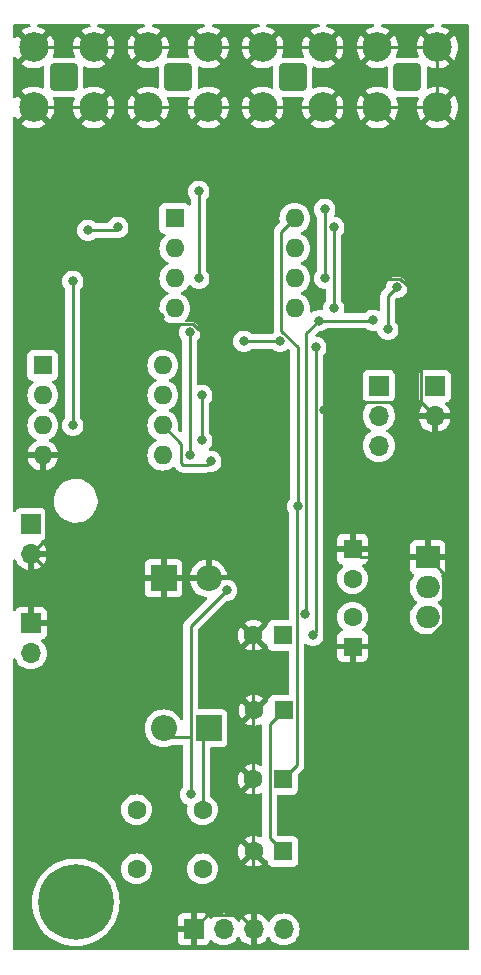
<source format=gbl>
G04 #@! TF.GenerationSoftware,KiCad,Pcbnew,7.0.2*
G04 #@! TF.CreationDate,2024-03-05T19:29:17+01:00*
G04 #@! TF.ProjectId,BalunAndFilter,42616c75-6e41-46e6-9446-696c7465722e,rev?*
G04 #@! TF.SameCoordinates,Original*
G04 #@! TF.FileFunction,Copper,L2,Bot*
G04 #@! TF.FilePolarity,Positive*
%FSLAX46Y46*%
G04 Gerber Fmt 4.6, Leading zero omitted, Abs format (unit mm)*
G04 Created by KiCad (PCBNEW 7.0.2) date 2024-03-05 19:29:17*
%MOMM*%
%LPD*%
G01*
G04 APERTURE LIST*
G04 Aperture macros list*
%AMRoundRect*
0 Rectangle with rounded corners*
0 $1 Rounding radius*
0 $2 $3 $4 $5 $6 $7 $8 $9 X,Y pos of 4 corners*
0 Add a 4 corners polygon primitive as box body*
4,1,4,$2,$3,$4,$5,$6,$7,$8,$9,$2,$3,0*
0 Add four circle primitives for the rounded corners*
1,1,$1+$1,$2,$3*
1,1,$1+$1,$4,$5*
1,1,$1+$1,$6,$7*
1,1,$1+$1,$8,$9*
0 Add four rect primitives between the rounded corners*
20,1,$1+$1,$2,$3,$4,$5,0*
20,1,$1+$1,$4,$5,$6,$7,0*
20,1,$1+$1,$6,$7,$8,$9,0*
20,1,$1+$1,$8,$9,$2,$3,0*%
G04 Aperture macros list end*
G04 #@! TA.AperFunction,ComponentPad*
%ADD10C,6.400000*%
G04 #@! TD*
G04 #@! TA.AperFunction,ComponentPad*
%ADD11C,1.600000*%
G04 #@! TD*
G04 #@! TA.AperFunction,ComponentPad*
%ADD12O,2.200000X2.200000*%
G04 #@! TD*
G04 #@! TA.AperFunction,ComponentPad*
%ADD13R,2.200000X2.200000*%
G04 #@! TD*
G04 #@! TA.AperFunction,ComponentPad*
%ADD14O,1.700000X1.700000*%
G04 #@! TD*
G04 #@! TA.AperFunction,ComponentPad*
%ADD15R,1.700000X1.700000*%
G04 #@! TD*
G04 #@! TA.AperFunction,ComponentPad*
%ADD16O,2.000000X1.905000*%
G04 #@! TD*
G04 #@! TA.AperFunction,ComponentPad*
%ADD17R,2.000000X1.905000*%
G04 #@! TD*
G04 #@! TA.AperFunction,ComponentPad*
%ADD18R,1.600000X1.600000*%
G04 #@! TD*
G04 #@! TA.AperFunction,ComponentPad*
%ADD19O,1.600000X1.600000*%
G04 #@! TD*
G04 #@! TA.AperFunction,ComponentPad*
%ADD20C,2.500000*%
G04 #@! TD*
G04 #@! TA.AperFunction,ComponentPad*
%ADD21RoundRect,0.200100X-0.949900X-0.949900X0.949900X-0.949900X0.949900X0.949900X-0.949900X0.949900X0*%
G04 #@! TD*
G04 #@! TA.AperFunction,ViaPad*
%ADD22C,0.800000*%
G04 #@! TD*
G04 #@! TA.AperFunction,Conductor*
%ADD23C,0.250000*%
G04 #@! TD*
G04 APERTURE END LIST*
D10*
G04 #@! TO.P,REF\u002A\u002A,1*
G04 #@! TO.N,N/C*
X107188000Y-109220000D03*
G04 #@! TD*
D11*
G04 #@! TO.P,F2,2*
G04 #@! TO.N,-15V*
X112339000Y-101386000D03*
G04 #@! TO.P,F2,1*
G04 #@! TO.N,Net-(J7-Pin_2)*
X112339000Y-106386000D03*
G04 #@! TD*
G04 #@! TO.P,F1,2*
G04 #@! TO.N,Net-(J7-Pin_4)*
X117927000Y-106386000D03*
G04 #@! TO.P,F1,1*
G04 #@! TO.N,+15V*
X117927000Y-101386000D03*
G04 #@! TD*
D12*
G04 #@! TO.P,D3,2,A*
G04 #@! TO.N,-15V*
X114625000Y-94488000D03*
D13*
G04 #@! TO.P,D3,1,K*
G04 #@! TO.N,GND*
X114625000Y-81788000D03*
G04 #@! TD*
D12*
G04 #@! TO.P,D2,2,A*
G04 #@! TO.N,GND*
X118435000Y-81788000D03*
D13*
G04 #@! TO.P,D2,1,K*
G04 #@! TO.N,+15V*
X118435000Y-94488000D03*
G04 #@! TD*
D14*
G04 #@! TO.P,JP1,3,B*
G04 #@! TO.N,Net-(D1-A)*
X132843000Y-70567000D03*
G04 #@! TO.P,JP1,2,C*
G04 #@! TO.N,Net-(JP1-C)*
X132843000Y-68027000D03*
D15*
G04 #@! TO.P,JP1,1,A*
G04 #@! TO.N,Net-(J8-Pin_1)*
X132843000Y-65487000D03*
G04 #@! TD*
D14*
G04 #@! TO.P,J8,2,Pin_2*
G04 #@! TO.N,GND*
X137583500Y-68072000D03*
D15*
G04 #@! TO.P,J8,1,Pin_1*
G04 #@! TO.N,Net-(J8-Pin_1)*
X137583500Y-65532000D03*
G04 #@! TD*
D16*
G04 #@! TO.P,U5,3,VO*
G04 #@! TO.N,-5V*
X136977000Y-85090000D03*
G04 #@! TO.P,U5,2,VI*
G04 #@! TO.N,-15V*
X136977000Y-82550000D03*
D17*
G04 #@! TO.P,U5,1,GND*
G04 #@! TO.N,GND*
X136977000Y-80010000D03*
G04 #@! TD*
D18*
G04 #@! TO.P,U2,1*
G04 #@! TO.N,Net-(J5-Pin_1)*
X104394000Y-63754000D03*
D19*
G04 #@! TO.P,U2,2,-*
G04 #@! TO.N,Net-(U2A--)*
X104394000Y-66294000D03*
G04 #@! TO.P,U2,3,+*
G04 #@! TO.N,Net-(U2A-+)*
X104394000Y-68834000D03*
G04 #@! TO.P,U2,4,V-*
G04 #@! TO.N,GND*
X104394000Y-71374000D03*
G04 #@! TO.P,U2,5,+*
G04 #@! TO.N,Net-(U2B-+)*
X114554000Y-71374000D03*
G04 #@! TO.P,U2,6,-*
G04 #@! TO.N,Net-(U2B--)*
X114554000Y-68834000D03*
G04 #@! TO.P,U2,7*
G04 #@! TO.N,Net-(J6-Pin_2)*
X114554000Y-66294000D03*
G04 #@! TO.P,U2,8,V+*
G04 #@! TO.N,+3V3*
X114554000Y-63754000D03*
G04 #@! TD*
D18*
G04 #@! TO.P,U1,1*
G04 #@! TO.N,Net-(R13-Pad1)*
X115570000Y-51308000D03*
D19*
G04 #@! TO.P,U1,2,-*
G04 #@! TO.N,Net-(U1A--)*
X115570000Y-53848000D03*
G04 #@! TO.P,U1,3,+*
G04 #@! TO.N,Net-(U1A-+)*
X115570000Y-56388000D03*
G04 #@! TO.P,U1,4,V-*
G04 #@! TO.N,-5V*
X115570000Y-58928000D03*
G04 #@! TO.P,U1,5,+*
G04 #@! TO.N,Net-(U1B-+)*
X125730000Y-58928000D03*
G04 #@! TO.P,U1,6,-*
G04 #@! TO.N,Net-(U1B--)*
X125730000Y-56388000D03*
G04 #@! TO.P,U1,7*
G04 #@! TO.N,Net-(R14-Pad1)*
X125730000Y-53848000D03*
G04 #@! TO.P,U1,8,V+*
G04 #@! TO.N,+5V*
X125730000Y-51308000D03*
G04 #@! TD*
D14*
G04 #@! TO.P,J7,4,Pin_4*
G04 #@! TO.N,Net-(J7-Pin_4)*
X124785000Y-111506000D03*
G04 #@! TO.P,J7,3,Pin_3*
G04 #@! TO.N,GND*
X122245000Y-111506000D03*
G04 #@! TO.P,J7,2,Pin_2*
G04 #@! TO.N,Net-(J7-Pin_2)*
X119705000Y-111506000D03*
D15*
G04 #@! TO.P,J7,1,Pin_1*
G04 #@! TO.N,GND*
X117165000Y-111506000D03*
G04 #@! TD*
G04 #@! TO.P,J6,1,Pin_1*
G04 #@! TO.N,GND*
X103378000Y-85598000D03*
D14*
G04 #@! TO.P,J6,2,Pin_2*
G04 #@! TO.N,Net-(J6-Pin_2)*
X103378000Y-88138000D03*
G04 #@! TD*
D15*
G04 #@! TO.P,J5,1,Pin_1*
G04 #@! TO.N,Net-(J5-Pin_1)*
X103378000Y-77211000D03*
D14*
G04 #@! TO.P,J5,2,Pin_2*
G04 #@! TO.N,GND*
X103378000Y-79751000D03*
G04 #@! TD*
D20*
G04 #@! TO.P,J4,2,Ext*
G04 #@! TO.N,GND*
X137812000Y-41910000D03*
X137812000Y-36830000D03*
X132732000Y-36830000D03*
X132732000Y-41910000D03*
D21*
G04 #@! TO.P,J4,1,In*
G04 #@! TO.N,Net-(J4-In)*
X135272000Y-39370000D03*
G04 #@! TD*
D20*
G04 #@! TO.P,J3,2,Ext*
G04 #@! TO.N,GND*
X128112000Y-41910000D03*
X128112000Y-36830000D03*
X123032000Y-36830000D03*
X123032000Y-41910000D03*
D21*
G04 #@! TO.P,J3,1,In*
G04 #@! TO.N,Net-(J3-In)*
X125572000Y-39370000D03*
G04 #@! TD*
D20*
G04 #@! TO.P,J2,2,Ext*
G04 #@! TO.N,GND*
X118412000Y-41910000D03*
X118412000Y-36830000D03*
X113332000Y-36830000D03*
X113332000Y-41910000D03*
D21*
G04 #@! TO.P,J2,1,In*
G04 #@! TO.N,Net-(J2-In)*
X115872000Y-39370000D03*
G04 #@! TD*
D20*
G04 #@! TO.P,J1,2,Ext*
G04 #@! TO.N,GND*
X108712000Y-41910000D03*
X108712000Y-36830000D03*
X103632000Y-36830000D03*
X103632000Y-41910000D03*
D21*
G04 #@! TO.P,J1,1,In*
G04 #@! TO.N,Net-(J1-In)*
X106172000Y-39370000D03*
G04 #@! TD*
D11*
G04 #@! TO.P,C12,2*
G04 #@! TO.N,-5V*
X130627000Y-85065112D03*
D18*
G04 #@! TO.P,C12,1*
G04 #@! TO.N,GND*
X130627000Y-87565112D03*
G04 #@! TD*
D11*
G04 #@! TO.P,C11,2*
G04 #@! TO.N,-15V*
X130627000Y-81812888D03*
D18*
G04 #@! TO.P,C11,1*
G04 #@! TO.N,GND*
X130627000Y-79312888D03*
G04 #@! TD*
D11*
G04 #@! TO.P,C10,2*
G04 #@! TO.N,GND*
X122220112Y-98806000D03*
D18*
G04 #@! TO.P,C10,1*
G04 #@! TO.N,+5V*
X124720112Y-98806000D03*
G04 #@! TD*
G04 #@! TO.P,C9,1*
G04 #@! TO.N,+15V*
X124745000Y-104902000D03*
D11*
G04 #@! TO.P,C9,2*
G04 #@! TO.N,GND*
X122245000Y-104902000D03*
G04 #@! TD*
D18*
G04 #@! TO.P,C8,1*
G04 #@! TO.N,+3V3*
X124720112Y-86614000D03*
D11*
G04 #@! TO.P,C8,2*
G04 #@! TO.N,GND*
X122220112Y-86614000D03*
G04 #@! TD*
D18*
G04 #@! TO.P,C7,1*
G04 #@! TO.N,+15V*
X124785000Y-92964000D03*
D11*
G04 #@! TO.P,C7,2*
G04 #@! TO.N,GND*
X122285000Y-92964000D03*
G04 #@! TD*
D22*
G04 #@! TO.N,GND*
X128232500Y-67564000D03*
X114300000Y-59690000D03*
X120904000Y-67818000D03*
X124714000Y-67564000D03*
X124206000Y-69850000D03*
X132080000Y-57658000D03*
G04 #@! TO.N,+3V3*
X127254000Y-86614000D03*
X127508000Y-62230000D03*
G04 #@! TO.N,-5V*
X126634500Y-84836000D03*
G04 #@! TO.N,Net-(U2B--)*
X118618000Y-71882000D03*
G04 #@! TO.N,-5V*
X132334000Y-59944000D03*
X127762000Y-59981500D03*
G04 #@! TO.N,+5V*
X125984000Y-75692000D03*
G04 #@! TO.N,GND*
X130556000Y-97790000D03*
G04 #@! TO.N,Net-(J6-Pin_2)*
X117856000Y-70104000D03*
X117856000Y-66294000D03*
G04 #@! TO.N,+3V3*
X124460000Y-61722000D03*
X121412000Y-61722000D03*
G04 #@! TO.N,Net-(U2B-+)*
X133604000Y-60706000D03*
X116840000Y-71374000D03*
X116840000Y-60960000D03*
X134366000Y-57150000D03*
G04 #@! TO.N,Net-(U2A-+)*
X106934000Y-56642000D03*
X106934000Y-68834000D03*
G04 #@! TO.N,Net-(R13-Pad1)*
X110744000Y-52070000D03*
X108204000Y-52324000D03*
G04 #@! TO.N,Net-(U1A-+)*
X117602000Y-49022000D03*
X117602000Y-56388000D03*
G04 #@! TO.N,Net-(U1B-+)*
X129032000Y-52070000D03*
X129032000Y-58928000D03*
G04 #@! TO.N,Net-(U1B--)*
X128270000Y-50546000D03*
X128270000Y-56388000D03*
G04 #@! TO.N,-15V*
X116911000Y-100076000D03*
X119959000Y-82804000D03*
G04 #@! TD*
D23*
G04 #@! TO.N,GND*
X128232500Y-67564000D02*
X128944500Y-66852000D01*
X136363500Y-66852000D02*
X137583500Y-68072000D01*
X128944500Y-66852000D02*
X136363500Y-66852000D01*
X114300000Y-59690000D02*
X114845000Y-60235000D01*
X114845000Y-60235000D02*
X117140305Y-60235000D01*
X117140305Y-60235000D02*
X120904000Y-63998695D01*
X120904000Y-63998695D02*
X120904000Y-67818000D01*
X120904000Y-67818000D02*
X124460000Y-67818000D01*
X124460000Y-67818000D02*
X124714000Y-67564000D01*
X124206000Y-68072000D02*
X124714000Y-67564000D01*
X124206000Y-69850000D02*
X124206000Y-68072000D01*
X133313000Y-56425000D02*
X134666305Y-56425000D01*
X132080000Y-57658000D02*
X133313000Y-56425000D01*
X134666305Y-56425000D02*
X136408500Y-58167195D01*
X136408500Y-58167195D02*
X136408500Y-66897000D01*
X136408500Y-66897000D02*
X137583500Y-68072000D01*
G04 #@! TO.N,+3V3*
X127508000Y-86360000D02*
X127254000Y-86614000D01*
X127508000Y-62230000D02*
X127508000Y-86360000D01*
G04 #@! TO.N,-5V*
X126634500Y-84836000D02*
X126709000Y-84761500D01*
X126709000Y-84761500D02*
X126709000Y-61034500D01*
X126709000Y-61034500D02*
X127762000Y-59981500D01*
G04 #@! TO.N,+5V*
X125984000Y-75692000D02*
X125984000Y-62220695D01*
X125984000Y-62220695D02*
X124605000Y-60841695D01*
X124605000Y-60841695D02*
X124605000Y-52433000D01*
X124605000Y-52433000D02*
X125730000Y-51308000D01*
G04 #@! TO.N,Net-(U2B--)*
X116285576Y-72205636D02*
X116115000Y-72035060D01*
X116115000Y-72035060D02*
X116115000Y-70395000D01*
X116115000Y-70395000D02*
X114554000Y-68834000D01*
X118294364Y-72205636D02*
X116285576Y-72205636D01*
X118618000Y-71882000D02*
X118294364Y-72205636D01*
G04 #@! TO.N,GND*
X114625000Y-81788000D02*
X105415000Y-81788000D01*
X105415000Y-81788000D02*
X103378000Y-79751000D01*
X114625000Y-81788000D02*
X118435000Y-81788000D01*
X103378000Y-85598000D02*
X103378000Y-79751000D01*
X104648000Y-78481000D02*
X104648000Y-75438000D01*
X103378000Y-79751000D02*
X104648000Y-78481000D01*
X104648000Y-75438000D02*
X104394000Y-75184000D01*
X104394000Y-75184000D02*
X104394000Y-71374000D01*
X137812000Y-41910000D02*
X137812000Y-36830000D01*
X103632000Y-41910000D02*
X137812000Y-41910000D01*
X137812000Y-36830000D02*
X103632000Y-36830000D01*
G04 #@! TO.N,-5V*
X127762000Y-59981500D02*
X132296500Y-59981500D01*
X132296500Y-59981500D02*
X132334000Y-59944000D01*
G04 #@! TO.N,+5V*
X125910000Y-75766000D02*
X125984000Y-75692000D01*
X125910000Y-97616112D02*
X125910000Y-75766000D01*
G04 #@! TO.N,GND*
X130627000Y-97719000D02*
X130627000Y-87565112D01*
X130556000Y-97790000D02*
X130627000Y-97719000D01*
X130627000Y-87565112D02*
X136356046Y-87565112D01*
X136356046Y-87565112D02*
X138302000Y-85619158D01*
X138302000Y-85619158D02*
X138302000Y-81335000D01*
X138302000Y-81335000D02*
X136977000Y-80010000D01*
X136977000Y-80010000D02*
X131324112Y-80010000D01*
X131324112Y-80010000D02*
X130627000Y-79312888D01*
G04 #@! TO.N,-15V*
X116911000Y-95250000D02*
X116911000Y-85852000D01*
X116911000Y-100076000D02*
X116911000Y-95250000D01*
X116911000Y-95250000D02*
X115387000Y-95250000D01*
X115387000Y-95250000D02*
X114625000Y-94488000D01*
G04 #@! TO.N,GND*
X117165000Y-111506000D02*
X118340000Y-110331000D01*
X121070000Y-110331000D02*
X122245000Y-111506000D01*
X118340000Y-110331000D02*
X121070000Y-110331000D01*
X122220112Y-86614000D02*
X122220112Y-111481112D01*
X122220112Y-111481112D02*
X122245000Y-111506000D01*
G04 #@! TO.N,+5V*
X124720112Y-98806000D02*
X125910000Y-97616112D01*
G04 #@! TO.N,Net-(J6-Pin_2)*
X117856000Y-66294000D02*
X117856000Y-70104000D01*
G04 #@! TO.N,+3V3*
X121412000Y-61722000D02*
X124460000Y-61722000D01*
G04 #@! TO.N,Net-(U2B-+)*
X133604000Y-57912000D02*
X133604000Y-60706000D01*
X134366000Y-57150000D02*
X133604000Y-57912000D01*
X116840000Y-60960000D02*
X116840000Y-71374000D01*
G04 #@! TO.N,Net-(U2A-+)*
X106934000Y-68834000D02*
X106934000Y-56642000D01*
G04 #@! TO.N,Net-(R13-Pad1)*
X108204000Y-52324000D02*
X110490000Y-52324000D01*
X110490000Y-52324000D02*
X110744000Y-52070000D01*
G04 #@! TO.N,Net-(U1A-+)*
X117602000Y-56388000D02*
X117602000Y-49022000D01*
G04 #@! TO.N,Net-(U1B-+)*
X129032000Y-58928000D02*
X129032000Y-52070000D01*
G04 #@! TO.N,Net-(U1B--)*
X128270000Y-56388000D02*
X128270000Y-50546000D01*
G04 #@! TO.N,+15V*
X117927000Y-101386000D02*
X117927000Y-94996000D01*
X117927000Y-94996000D02*
X118435000Y-94488000D01*
G04 #@! TO.N,-15V*
X116911000Y-85852000D02*
X119959000Y-82804000D01*
G04 #@! TO.N,+15V*
X124745000Y-104902000D02*
X123595112Y-103752112D01*
X123595112Y-103752112D02*
X123595112Y-94153888D01*
X123595112Y-94153888D02*
X124785000Y-92964000D01*
G04 #@! TD*
G04 #@! TA.AperFunction,Conductor*
G04 #@! TO.N,GND*
G36*
X103303171Y-34890185D02*
G01*
X103348926Y-34942989D01*
X103358870Y-35012147D01*
X103329845Y-35075703D01*
X103271067Y-35113477D01*
X103254613Y-35117115D01*
X103241496Y-35119091D01*
X102990860Y-35196403D01*
X102754545Y-35310206D01*
X102582832Y-35427278D01*
X103233391Y-36077837D01*
X103114569Y-36149331D01*
X102980342Y-36276477D01*
X102877138Y-36428691D01*
X102229874Y-35781428D01*
X102182026Y-35841428D01*
X102103887Y-35976769D01*
X102053320Y-36024985D01*
X101984713Y-36038207D01*
X101919848Y-36012239D01*
X101879320Y-35955325D01*
X101872500Y-35914769D01*
X101872500Y-34994500D01*
X101892185Y-34927461D01*
X101944989Y-34881706D01*
X101996500Y-34870500D01*
X103236132Y-34870500D01*
X103303171Y-34890185D01*
G37*
G04 #@! TD.AperFunction*
G04 #@! TA.AperFunction,Conductor*
G36*
X108383171Y-34890185D02*
G01*
X108428926Y-34942989D01*
X108438870Y-35012147D01*
X108409845Y-35075703D01*
X108351067Y-35113477D01*
X108334613Y-35117115D01*
X108321496Y-35119091D01*
X108070860Y-35196403D01*
X107834545Y-35310206D01*
X107662832Y-35427278D01*
X108313391Y-36077837D01*
X108194569Y-36149331D01*
X108060342Y-36276477D01*
X107957138Y-36428691D01*
X107309874Y-35781428D01*
X107262026Y-35841428D01*
X107130882Y-36068576D01*
X107035059Y-36312729D01*
X106976693Y-36568447D01*
X106957092Y-36829999D01*
X106976693Y-37091552D01*
X107035058Y-37347264D01*
X107114703Y-37550198D01*
X107120871Y-37619795D01*
X107088433Y-37681678D01*
X107027687Y-37716201D01*
X106999274Y-37719500D01*
X105344726Y-37719500D01*
X105277687Y-37699815D01*
X105231932Y-37647011D01*
X105221988Y-37577853D01*
X105229297Y-37550198D01*
X105308941Y-37347264D01*
X105367306Y-37091552D01*
X105386907Y-36829999D01*
X105367306Y-36568447D01*
X105308940Y-36312729D01*
X105213117Y-36068575D01*
X105081972Y-35841426D01*
X105034125Y-35781427D01*
X104383232Y-36432319D01*
X104339684Y-36350178D01*
X104219991Y-36209265D01*
X104072805Y-36097377D01*
X104030596Y-36077849D01*
X104681167Y-35427278D01*
X104509451Y-35310205D01*
X104273139Y-35196403D01*
X104022503Y-35119091D01*
X104009387Y-35117115D01*
X103946030Y-35087659D01*
X103908656Y-35028625D01*
X103909131Y-34958757D01*
X103947304Y-34900237D01*
X104011056Y-34871645D01*
X104027868Y-34870500D01*
X108316132Y-34870500D01*
X108383171Y-34890185D01*
G37*
G04 #@! TD.AperFunction*
G04 #@! TA.AperFunction,Conductor*
G36*
X113003171Y-34890185D02*
G01*
X113048926Y-34942989D01*
X113058870Y-35012147D01*
X113029845Y-35075703D01*
X112971067Y-35113477D01*
X112954613Y-35117115D01*
X112941496Y-35119091D01*
X112690860Y-35196403D01*
X112454545Y-35310206D01*
X112282832Y-35427278D01*
X112933391Y-36077837D01*
X112814569Y-36149331D01*
X112680342Y-36276477D01*
X112577138Y-36428691D01*
X111929873Y-35781427D01*
X111882028Y-35841424D01*
X111750882Y-36068576D01*
X111655059Y-36312729D01*
X111596693Y-36568447D01*
X111577092Y-36829999D01*
X111596693Y-37091552D01*
X111655059Y-37347270D01*
X111750882Y-37591424D01*
X111882027Y-37818573D01*
X111929873Y-37878571D01*
X111929874Y-37878571D01*
X112580766Y-37227679D01*
X112624316Y-37309822D01*
X112744009Y-37450735D01*
X112891195Y-37562623D01*
X112933402Y-37582150D01*
X112282831Y-38232720D01*
X112454546Y-38349793D01*
X112690860Y-38463596D01*
X112941496Y-38540908D01*
X113200856Y-38580000D01*
X113463144Y-38580000D01*
X113722503Y-38540908D01*
X113973136Y-38463597D01*
X114043697Y-38429617D01*
X114112639Y-38418265D01*
X114176773Y-38445986D01*
X114215739Y-38503981D01*
X114221500Y-38541337D01*
X114221500Y-40198662D01*
X114201815Y-40265701D01*
X114149011Y-40311456D01*
X114079853Y-40321400D01*
X114043699Y-40310382D01*
X113973142Y-40276404D01*
X113722503Y-40199091D01*
X113463144Y-40160000D01*
X113200856Y-40160000D01*
X112941496Y-40199091D01*
X112690860Y-40276403D01*
X112454545Y-40390206D01*
X112282831Y-40507278D01*
X112933390Y-41157837D01*
X112814569Y-41229331D01*
X112680342Y-41356477D01*
X112577138Y-41508691D01*
X111929873Y-40861427D01*
X111882028Y-40921424D01*
X111750882Y-41148576D01*
X111655059Y-41392729D01*
X111596693Y-41648447D01*
X111577092Y-41909999D01*
X111596693Y-42171552D01*
X111655059Y-42427270D01*
X111750882Y-42671424D01*
X111882027Y-42898573D01*
X111929873Y-42958571D01*
X111929874Y-42958571D01*
X112580766Y-42307679D01*
X112624316Y-42389822D01*
X112744009Y-42530735D01*
X112891195Y-42642623D01*
X112933401Y-42662149D01*
X112282831Y-43312720D01*
X112454546Y-43429793D01*
X112690860Y-43543596D01*
X112941496Y-43620908D01*
X113200856Y-43660000D01*
X113463144Y-43660000D01*
X113722503Y-43620908D01*
X113973139Y-43543596D01*
X114209456Y-43429792D01*
X114381167Y-43312720D01*
X113730608Y-42662162D01*
X113849431Y-42590669D01*
X113983658Y-42463523D01*
X114086861Y-42311308D01*
X114734124Y-42958571D01*
X114781972Y-42898572D01*
X114913117Y-42671423D01*
X115008940Y-42427270D01*
X115067306Y-42171552D01*
X115086907Y-41909999D01*
X115067306Y-41648447D01*
X115008941Y-41392735D01*
X114929297Y-41189802D01*
X114923129Y-41120205D01*
X114955567Y-41058322D01*
X115016313Y-41023799D01*
X115044726Y-41020500D01*
X116699274Y-41020500D01*
X116766313Y-41040185D01*
X116812068Y-41092989D01*
X116822012Y-41162147D01*
X116814703Y-41189802D01*
X116735058Y-41392735D01*
X116676693Y-41648447D01*
X116657092Y-41910000D01*
X116676693Y-42171552D01*
X116735059Y-42427270D01*
X116830882Y-42671424D01*
X116962027Y-42898573D01*
X117009873Y-42958571D01*
X117660766Y-42307678D01*
X117704316Y-42389822D01*
X117824009Y-42530735D01*
X117971195Y-42642623D01*
X118013402Y-42662150D01*
X117362831Y-43312720D01*
X117534546Y-43429793D01*
X117770860Y-43543596D01*
X118021496Y-43620908D01*
X118280856Y-43660000D01*
X118543144Y-43660000D01*
X118802503Y-43620908D01*
X119053139Y-43543596D01*
X119289456Y-43429792D01*
X119461167Y-43312720D01*
X118810609Y-42662161D01*
X118929431Y-42590669D01*
X119063658Y-42463523D01*
X119166861Y-42311308D01*
X119814124Y-42958571D01*
X119861972Y-42898572D01*
X119993117Y-42671423D01*
X120088940Y-42427270D01*
X120147306Y-42171552D01*
X120166907Y-41909999D01*
X120147306Y-41648447D01*
X120088940Y-41392729D01*
X119993117Y-41148575D01*
X119861972Y-40921426D01*
X119814125Y-40861427D01*
X119163232Y-41512319D01*
X119119684Y-41430178D01*
X118999991Y-41289265D01*
X118852805Y-41177377D01*
X118810596Y-41157849D01*
X119461167Y-40507278D01*
X119289451Y-40390205D01*
X119053139Y-40276403D01*
X118802503Y-40199091D01*
X118543144Y-40160000D01*
X118280856Y-40160000D01*
X118021496Y-40199091D01*
X117770857Y-40276404D01*
X117700301Y-40310382D01*
X117631360Y-40321734D01*
X117567226Y-40294012D01*
X117528260Y-40236016D01*
X117522500Y-40198662D01*
X117522500Y-38541337D01*
X117542185Y-38474298D01*
X117594989Y-38428543D01*
X117664147Y-38418599D01*
X117700303Y-38429617D01*
X117770863Y-38463597D01*
X118021496Y-38540908D01*
X118280856Y-38580000D01*
X118543144Y-38580000D01*
X118802503Y-38540908D01*
X119053139Y-38463596D01*
X119289456Y-38349792D01*
X119461167Y-38232720D01*
X118810609Y-37582162D01*
X118929431Y-37510669D01*
X119063658Y-37383523D01*
X119166861Y-37231308D01*
X119814124Y-37878571D01*
X119861972Y-37818572D01*
X119993117Y-37591423D01*
X120088940Y-37347270D01*
X120147306Y-37091552D01*
X120166907Y-36830000D01*
X120147306Y-36568447D01*
X120088940Y-36312729D01*
X119993117Y-36068575D01*
X119861972Y-35841426D01*
X119814125Y-35781427D01*
X119163232Y-36432319D01*
X119119684Y-36350178D01*
X118999991Y-36209265D01*
X118852805Y-36097377D01*
X118810596Y-36077849D01*
X119461167Y-35427278D01*
X119289451Y-35310205D01*
X119053139Y-35196403D01*
X118802503Y-35119091D01*
X118789387Y-35117115D01*
X118726030Y-35087659D01*
X118688656Y-35028625D01*
X118689131Y-34958757D01*
X118727304Y-34900237D01*
X118791056Y-34871645D01*
X118807868Y-34870500D01*
X120172099Y-34870500D01*
X121271901Y-34870500D01*
X122636132Y-34870500D01*
X122703171Y-34890185D01*
X122748926Y-34942989D01*
X122758870Y-35012147D01*
X122729845Y-35075703D01*
X122671067Y-35113477D01*
X122654613Y-35117115D01*
X122641496Y-35119091D01*
X122390860Y-35196403D01*
X122154545Y-35310206D01*
X121982832Y-35427278D01*
X122633391Y-36077837D01*
X122514569Y-36149331D01*
X122380342Y-36276477D01*
X122277138Y-36428692D01*
X121629873Y-35781427D01*
X121582028Y-35841424D01*
X121450882Y-36068576D01*
X121355059Y-36312729D01*
X121296693Y-36568447D01*
X121277092Y-36830000D01*
X121296693Y-37091552D01*
X121355059Y-37347270D01*
X121450882Y-37591424D01*
X121582027Y-37818573D01*
X121629873Y-37878571D01*
X121629874Y-37878571D01*
X122280766Y-37227679D01*
X122324316Y-37309822D01*
X122444009Y-37450735D01*
X122591195Y-37562623D01*
X122633402Y-37582150D01*
X121982831Y-38232720D01*
X122154546Y-38349793D01*
X122390860Y-38463596D01*
X122641496Y-38540908D01*
X122900856Y-38580000D01*
X123163144Y-38580000D01*
X123422503Y-38540908D01*
X123673136Y-38463597D01*
X123743697Y-38429617D01*
X123812639Y-38418265D01*
X123876773Y-38445986D01*
X123915739Y-38503981D01*
X123921500Y-38541337D01*
X123921500Y-40198662D01*
X123901815Y-40265701D01*
X123849011Y-40311456D01*
X123779853Y-40321400D01*
X123743699Y-40310382D01*
X123673142Y-40276404D01*
X123422503Y-40199091D01*
X123163144Y-40160000D01*
X122900856Y-40160000D01*
X122641496Y-40199091D01*
X122390860Y-40276403D01*
X122154545Y-40390206D01*
X121982831Y-40507278D01*
X122633390Y-41157837D01*
X122514569Y-41229331D01*
X122380342Y-41356477D01*
X122277138Y-41508692D01*
X121629873Y-40861427D01*
X121582028Y-40921424D01*
X121450882Y-41148576D01*
X121355059Y-41392729D01*
X121296693Y-41648447D01*
X121277092Y-41910000D01*
X121296693Y-42171552D01*
X121355059Y-42427270D01*
X121450882Y-42671424D01*
X121582027Y-42898573D01*
X121629873Y-42958571D01*
X121629874Y-42958571D01*
X122280766Y-42307679D01*
X122324316Y-42389822D01*
X122444009Y-42530735D01*
X122591195Y-42642623D01*
X122633402Y-42662150D01*
X121982831Y-43312720D01*
X122154546Y-43429793D01*
X122390860Y-43543596D01*
X122641496Y-43620908D01*
X122900856Y-43660000D01*
X123163144Y-43660000D01*
X123422503Y-43620908D01*
X123673139Y-43543596D01*
X123909456Y-43429792D01*
X124081167Y-43312720D01*
X123430609Y-42662161D01*
X123549431Y-42590669D01*
X123683658Y-42463523D01*
X123786861Y-42311308D01*
X124434124Y-42958571D01*
X124481972Y-42898572D01*
X124613117Y-42671423D01*
X124708940Y-42427270D01*
X124767306Y-42171552D01*
X124786907Y-41910000D01*
X124767306Y-41648447D01*
X124708941Y-41392735D01*
X124629297Y-41189802D01*
X124623129Y-41120205D01*
X124655567Y-41058322D01*
X124716313Y-41023799D01*
X124744726Y-41020500D01*
X126399274Y-41020500D01*
X126466313Y-41040185D01*
X126512068Y-41092989D01*
X126522012Y-41162147D01*
X126514703Y-41189802D01*
X126435058Y-41392735D01*
X126376693Y-41648447D01*
X126357092Y-41910000D01*
X126376693Y-42171552D01*
X126435059Y-42427270D01*
X126530882Y-42671424D01*
X126662027Y-42898573D01*
X126709873Y-42958571D01*
X127360766Y-42307678D01*
X127404316Y-42389822D01*
X127524009Y-42530735D01*
X127671195Y-42642623D01*
X127713402Y-42662150D01*
X127062831Y-43312720D01*
X127234546Y-43429793D01*
X127470860Y-43543596D01*
X127721496Y-43620908D01*
X127980856Y-43660000D01*
X128243144Y-43660000D01*
X128502503Y-43620908D01*
X128753139Y-43543596D01*
X128989456Y-43429792D01*
X129161167Y-43312720D01*
X128510609Y-42662161D01*
X128629431Y-42590669D01*
X128763658Y-42463523D01*
X128866861Y-42311308D01*
X129514124Y-42958571D01*
X129561972Y-42898572D01*
X129693117Y-42671423D01*
X129788940Y-42427270D01*
X129847306Y-42171552D01*
X129866907Y-41910000D01*
X129847306Y-41648447D01*
X129788940Y-41392729D01*
X129693117Y-41148575D01*
X129561972Y-40921426D01*
X129514125Y-40861427D01*
X129514124Y-40861427D01*
X128863232Y-41512318D01*
X128819684Y-41430178D01*
X128699991Y-41289265D01*
X128552805Y-41177377D01*
X128510596Y-41157849D01*
X129161167Y-40507278D01*
X128989451Y-40390205D01*
X128753139Y-40276403D01*
X128502503Y-40199091D01*
X128243144Y-40160000D01*
X127980856Y-40160000D01*
X127721496Y-40199091D01*
X127470857Y-40276404D01*
X127400301Y-40310382D01*
X127331360Y-40321734D01*
X127267226Y-40294012D01*
X127228260Y-40236016D01*
X127222500Y-40198662D01*
X127222500Y-38541337D01*
X127242185Y-38474298D01*
X127294989Y-38428543D01*
X127364147Y-38418599D01*
X127400303Y-38429617D01*
X127470863Y-38463597D01*
X127721496Y-38540908D01*
X127980856Y-38580000D01*
X128243144Y-38580000D01*
X128502503Y-38540908D01*
X128753139Y-38463596D01*
X128989456Y-38349792D01*
X129161167Y-38232720D01*
X128510609Y-37582162D01*
X128629431Y-37510669D01*
X128763658Y-37383523D01*
X128866861Y-37231308D01*
X129514124Y-37878571D01*
X129561972Y-37818572D01*
X129693117Y-37591423D01*
X129788940Y-37347270D01*
X129847306Y-37091552D01*
X129866907Y-36830000D01*
X129847306Y-36568447D01*
X129788940Y-36312729D01*
X129693117Y-36068575D01*
X129561972Y-35841426D01*
X129514125Y-35781427D01*
X129514124Y-35781427D01*
X128863232Y-36432318D01*
X128819684Y-36350178D01*
X128699991Y-36209265D01*
X128552805Y-36097377D01*
X128510596Y-36077849D01*
X129161167Y-35427278D01*
X128989451Y-35310205D01*
X128753139Y-35196403D01*
X128502503Y-35119091D01*
X128489387Y-35117115D01*
X128426030Y-35087659D01*
X128388656Y-35028625D01*
X128389131Y-34958757D01*
X128427304Y-34900237D01*
X128491056Y-34871645D01*
X128507868Y-34870500D01*
X129872099Y-34870500D01*
X130971901Y-34870500D01*
X132336132Y-34870500D01*
X132403171Y-34890185D01*
X132448926Y-34942989D01*
X132458870Y-35012147D01*
X132429845Y-35075703D01*
X132371067Y-35113477D01*
X132354613Y-35117115D01*
X132341496Y-35119091D01*
X132090860Y-35196403D01*
X131854545Y-35310206D01*
X131682832Y-35427278D01*
X132333391Y-36077837D01*
X132214569Y-36149331D01*
X132080342Y-36276477D01*
X131977138Y-36428692D01*
X131329873Y-35781427D01*
X131282028Y-35841424D01*
X131150882Y-36068576D01*
X131055059Y-36312729D01*
X130996693Y-36568447D01*
X130977092Y-36830000D01*
X130996693Y-37091552D01*
X131055059Y-37347270D01*
X131150882Y-37591424D01*
X131282027Y-37818573D01*
X131329873Y-37878571D01*
X131329874Y-37878571D01*
X131980766Y-37227679D01*
X132024316Y-37309822D01*
X132144009Y-37450735D01*
X132291195Y-37562623D01*
X132333402Y-37582150D01*
X131682831Y-38232720D01*
X131854546Y-38349793D01*
X132090860Y-38463596D01*
X132341496Y-38540908D01*
X132600856Y-38580000D01*
X132863144Y-38580000D01*
X133122503Y-38540908D01*
X133373136Y-38463597D01*
X133443697Y-38429617D01*
X133512639Y-38418265D01*
X133576773Y-38445986D01*
X133615739Y-38503981D01*
X133621500Y-38541337D01*
X133621500Y-40198662D01*
X133601815Y-40265701D01*
X133549011Y-40311456D01*
X133479853Y-40321400D01*
X133443699Y-40310382D01*
X133373142Y-40276404D01*
X133122503Y-40199091D01*
X132863144Y-40160000D01*
X132600856Y-40160000D01*
X132341496Y-40199091D01*
X132090860Y-40276403D01*
X131854545Y-40390206D01*
X131682831Y-40507278D01*
X132333390Y-41157837D01*
X132214569Y-41229331D01*
X132080342Y-41356477D01*
X131977138Y-41508691D01*
X131329874Y-40861428D01*
X131282026Y-40921428D01*
X131150882Y-41148576D01*
X131055059Y-41392729D01*
X130996693Y-41648447D01*
X130977092Y-41910000D01*
X130996693Y-42171552D01*
X131055059Y-42427270D01*
X131150882Y-42671424D01*
X131282027Y-42898573D01*
X131329873Y-42958571D01*
X131980766Y-42307678D01*
X132024316Y-42389822D01*
X132144009Y-42530735D01*
X132291195Y-42642623D01*
X132333402Y-42662150D01*
X131682831Y-43312720D01*
X131854546Y-43429793D01*
X132090860Y-43543596D01*
X132341496Y-43620908D01*
X132600856Y-43660000D01*
X132863144Y-43660000D01*
X133122503Y-43620908D01*
X133373139Y-43543596D01*
X133609456Y-43429792D01*
X133781167Y-43312720D01*
X133130609Y-42662161D01*
X133249431Y-42590669D01*
X133383658Y-42463523D01*
X133486861Y-42311308D01*
X134134124Y-42958571D01*
X134181972Y-42898572D01*
X134313117Y-42671423D01*
X134408940Y-42427270D01*
X134467306Y-42171552D01*
X134486907Y-41910000D01*
X134467306Y-41648447D01*
X134408941Y-41392735D01*
X134329297Y-41189802D01*
X134323129Y-41120205D01*
X134355567Y-41058322D01*
X134416313Y-41023799D01*
X134444726Y-41020500D01*
X136099274Y-41020500D01*
X136166313Y-41040185D01*
X136212068Y-41092989D01*
X136222012Y-41162147D01*
X136214703Y-41189802D01*
X136135058Y-41392735D01*
X136076693Y-41648447D01*
X136057092Y-41910000D01*
X136076693Y-42171552D01*
X136135059Y-42427270D01*
X136230882Y-42671424D01*
X136362027Y-42898573D01*
X136409873Y-42958571D01*
X137060766Y-42307678D01*
X137104316Y-42389822D01*
X137224009Y-42530735D01*
X137371195Y-42642623D01*
X137413402Y-42662150D01*
X136762831Y-43312720D01*
X136934546Y-43429793D01*
X137170860Y-43543596D01*
X137421496Y-43620908D01*
X137680856Y-43660000D01*
X137943144Y-43660000D01*
X138202503Y-43620908D01*
X138453139Y-43543596D01*
X138689456Y-43429792D01*
X138861167Y-43312720D01*
X138210609Y-42662161D01*
X138329431Y-42590669D01*
X138463658Y-42463523D01*
X138566861Y-42311308D01*
X139214124Y-42958571D01*
X139261972Y-42898572D01*
X139393117Y-42671423D01*
X139488940Y-42427270D01*
X139547306Y-42171552D01*
X139566907Y-41910000D01*
X139547306Y-41648447D01*
X139488940Y-41392729D01*
X139393117Y-41148575D01*
X139261972Y-40921426D01*
X139214125Y-40861427D01*
X138563232Y-41512319D01*
X138519684Y-41430178D01*
X138399991Y-41289265D01*
X138252805Y-41177377D01*
X138210596Y-41157849D01*
X138861167Y-40507278D01*
X138689451Y-40390205D01*
X138453139Y-40276403D01*
X138202503Y-40199091D01*
X137943144Y-40160000D01*
X137680856Y-40160000D01*
X137421496Y-40199091D01*
X137170857Y-40276404D01*
X137100301Y-40310382D01*
X137031360Y-40321734D01*
X136967226Y-40294012D01*
X136928260Y-40236016D01*
X136922500Y-40198662D01*
X136922500Y-38541337D01*
X136942185Y-38474298D01*
X136994989Y-38428543D01*
X137064147Y-38418599D01*
X137100303Y-38429617D01*
X137170863Y-38463597D01*
X137421496Y-38540908D01*
X137680856Y-38580000D01*
X137943144Y-38580000D01*
X138202503Y-38540908D01*
X138453139Y-38463596D01*
X138689456Y-38349792D01*
X138861167Y-38232720D01*
X138210609Y-37582162D01*
X138329431Y-37510669D01*
X138463658Y-37383523D01*
X138566861Y-37231308D01*
X139214124Y-37878571D01*
X139261972Y-37818572D01*
X139393117Y-37591423D01*
X139488940Y-37347270D01*
X139547306Y-37091552D01*
X139566907Y-36830000D01*
X139547306Y-36568447D01*
X139488940Y-36312729D01*
X139393117Y-36068575D01*
X139261972Y-35841426D01*
X139214125Y-35781427D01*
X138563232Y-36432319D01*
X138519684Y-36350178D01*
X138399991Y-36209265D01*
X138252805Y-36097377D01*
X138210596Y-36077849D01*
X138861167Y-35427278D01*
X138689451Y-35310205D01*
X138453139Y-35196403D01*
X138202503Y-35119091D01*
X138189387Y-35117115D01*
X138126030Y-35087659D01*
X138088656Y-35028625D01*
X138089131Y-34958757D01*
X138127304Y-34900237D01*
X138191056Y-34871645D01*
X138207868Y-34870500D01*
X139572099Y-34870500D01*
X140337500Y-34870500D01*
X140404539Y-34890185D01*
X140450294Y-34942989D01*
X140461500Y-34994500D01*
X140461500Y-113159500D01*
X140441815Y-113226539D01*
X140389011Y-113272294D01*
X140337500Y-113283500D01*
X101996500Y-113283500D01*
X101929461Y-113263815D01*
X101883706Y-113211011D01*
X101872500Y-113159500D01*
X101872500Y-109220000D01*
X103482422Y-109220000D01*
X103502722Y-109607338D01*
X103503227Y-109610531D01*
X103503229Y-109610543D01*
X103562889Y-109987224D01*
X103562891Y-109987237D01*
X103563398Y-109990433D01*
X103564235Y-109993557D01*
X103564237Y-109993566D01*
X103662947Y-110361957D01*
X103663786Y-110365087D01*
X103664943Y-110368102D01*
X103664946Y-110368110D01*
X103801622Y-110724162D01*
X103802786Y-110727194D01*
X103804255Y-110730077D01*
X103804259Y-110730086D01*
X103872604Y-110864220D01*
X103978875Y-111072789D01*
X104190124Y-111398084D01*
X104434219Y-111699516D01*
X104708484Y-111973781D01*
X105009916Y-112217876D01*
X105335211Y-112429125D01*
X105680806Y-112605214D01*
X106042913Y-112744214D01*
X106417567Y-112844602D01*
X106800662Y-112905278D01*
X107188000Y-112925578D01*
X107575338Y-112905278D01*
X107958433Y-112844602D01*
X108333087Y-112744214D01*
X108695194Y-112605214D01*
X109040789Y-112429125D01*
X109084840Y-112400518D01*
X115815000Y-112400518D01*
X115815354Y-112407132D01*
X115821400Y-112463371D01*
X115871647Y-112598089D01*
X115957811Y-112713188D01*
X116072910Y-112799352D01*
X116207628Y-112849599D01*
X116263867Y-112855645D01*
X116270482Y-112856000D01*
X116915000Y-112856000D01*
X116915000Y-111941501D01*
X117022685Y-111990680D01*
X117129237Y-112006000D01*
X117200763Y-112006000D01*
X117307315Y-111990680D01*
X117415000Y-111941501D01*
X117415000Y-112856000D01*
X118059518Y-112856000D01*
X118066132Y-112855645D01*
X118122371Y-112849599D01*
X118257089Y-112799352D01*
X118372188Y-112713188D01*
X118458352Y-112598089D01*
X118507422Y-112466528D01*
X118549294Y-112410595D01*
X118614758Y-112386178D01*
X118683031Y-112401030D01*
X118711285Y-112422181D01*
X118833599Y-112544495D01*
X119027170Y-112680035D01*
X119241337Y-112779903D01*
X119469592Y-112841063D01*
X119705000Y-112861659D01*
X119940408Y-112841063D01*
X120168663Y-112779903D01*
X120382830Y-112680035D01*
X120576401Y-112544495D01*
X120743495Y-112377401D01*
X120873732Y-112191403D01*
X120928307Y-112147780D01*
X120997805Y-112140586D01*
X121060160Y-112172109D01*
X121076880Y-112191404D01*
X121206893Y-112377081D01*
X121373918Y-112544106D01*
X121567423Y-112679600D01*
X121781507Y-112779430D01*
X121994998Y-112836634D01*
X121994999Y-112836634D01*
X121994999Y-111941501D01*
X122102685Y-111990680D01*
X122209237Y-112006000D01*
X122280763Y-112006000D01*
X122387315Y-111990680D01*
X122495000Y-111941501D01*
X122495000Y-112836633D01*
X122708490Y-112779430D01*
X122922576Y-112679600D01*
X123116081Y-112544106D01*
X123283109Y-112377078D01*
X123413119Y-112191405D01*
X123467696Y-112147780D01*
X123537194Y-112140586D01*
X123599549Y-112172109D01*
X123616265Y-112191400D01*
X123746505Y-112377401D01*
X123913599Y-112544495D01*
X124107170Y-112680035D01*
X124321337Y-112779903D01*
X124549592Y-112841063D01*
X124785000Y-112861659D01*
X125020408Y-112841063D01*
X125248663Y-112779903D01*
X125462830Y-112680035D01*
X125656401Y-112544495D01*
X125823495Y-112377401D01*
X125959035Y-112183830D01*
X126058903Y-111969663D01*
X126120063Y-111741408D01*
X126140659Y-111506000D01*
X126120063Y-111270592D01*
X126058903Y-111042337D01*
X125959035Y-110828171D01*
X125823495Y-110634599D01*
X125656401Y-110467505D01*
X125462830Y-110331965D01*
X125248663Y-110232097D01*
X125176074Y-110212647D01*
X125020407Y-110170936D01*
X124785000Y-110150340D01*
X124549592Y-110170936D01*
X124321336Y-110232097D01*
X124107170Y-110331965D01*
X123913598Y-110467505D01*
X123746508Y-110634595D01*
X123616269Y-110820596D01*
X123561692Y-110864220D01*
X123492193Y-110871413D01*
X123429839Y-110839891D01*
X123413119Y-110820595D01*
X123283109Y-110634921D01*
X123116081Y-110467893D01*
X122922576Y-110332399D01*
X122708492Y-110232569D01*
X122495000Y-110175364D01*
X122495000Y-111070498D01*
X122387315Y-111021320D01*
X122280763Y-111006000D01*
X122209237Y-111006000D01*
X122102685Y-111021320D01*
X121994999Y-111070498D01*
X121994999Y-110175364D01*
X121994998Y-110175364D01*
X121781507Y-110232569D01*
X121567421Y-110332400D01*
X121373921Y-110467890D01*
X121206893Y-110634918D01*
X121076880Y-110820596D01*
X121022303Y-110864220D01*
X120952804Y-110871413D01*
X120890450Y-110839891D01*
X120873730Y-110820595D01*
X120743494Y-110634598D01*
X120576404Y-110467508D01*
X120576401Y-110467505D01*
X120382830Y-110331965D01*
X120168663Y-110232097D01*
X120096074Y-110212647D01*
X119940407Y-110170936D01*
X119704999Y-110150340D01*
X119469592Y-110170936D01*
X119241336Y-110232097D01*
X119027170Y-110331965D01*
X118833601Y-110467503D01*
X118711285Y-110589819D01*
X118649962Y-110623303D01*
X118580270Y-110618319D01*
X118524337Y-110576447D01*
X118507422Y-110545471D01*
X118458352Y-110413911D01*
X118372188Y-110298811D01*
X118257089Y-110212647D01*
X118122371Y-110162400D01*
X118066132Y-110156354D01*
X118059518Y-110156000D01*
X117415000Y-110156000D01*
X117415000Y-111070498D01*
X117307315Y-111021320D01*
X117200763Y-111006000D01*
X117129237Y-111006000D01*
X117022685Y-111021320D01*
X116915000Y-111070498D01*
X116915000Y-110156000D01*
X116270482Y-110156000D01*
X116263867Y-110156354D01*
X116207628Y-110162400D01*
X116072910Y-110212647D01*
X115957811Y-110298811D01*
X115871647Y-110413910D01*
X115821400Y-110548628D01*
X115815354Y-110604867D01*
X115815000Y-110611481D01*
X115815000Y-111256000D01*
X116731314Y-111256000D01*
X116705507Y-111296156D01*
X116665000Y-111434111D01*
X116665000Y-111577889D01*
X116705507Y-111715844D01*
X116731314Y-111756000D01*
X115815000Y-111756000D01*
X115815000Y-112400518D01*
X109084840Y-112400518D01*
X109366084Y-112217876D01*
X109667516Y-111973781D01*
X109941781Y-111699516D01*
X110185876Y-111398084D01*
X110397125Y-111072789D01*
X110573214Y-110727194D01*
X110712214Y-110365087D01*
X110812602Y-109990433D01*
X110873278Y-109607338D01*
X110893578Y-109220000D01*
X110873278Y-108832662D01*
X110812602Y-108449567D01*
X110712214Y-108074913D01*
X110573214Y-107712806D01*
X110397125Y-107367211D01*
X110185876Y-107041916D01*
X109941781Y-106740484D01*
X109667516Y-106466219D01*
X109568453Y-106385999D01*
X111033531Y-106385999D01*
X111053364Y-106612689D01*
X111112261Y-106832497D01*
X111208432Y-107038735D01*
X111338953Y-107225140D01*
X111499859Y-107386046D01*
X111686264Y-107516567D01*
X111686265Y-107516567D01*
X111686266Y-107516568D01*
X111892504Y-107612739D01*
X112112308Y-107671635D01*
X112263435Y-107684856D01*
X112338999Y-107691468D01*
X112338999Y-107691467D01*
X112339000Y-107691468D01*
X112565692Y-107671635D01*
X112785496Y-107612739D01*
X112991734Y-107516568D01*
X113178139Y-107386047D01*
X113339047Y-107225139D01*
X113469568Y-107038734D01*
X113565739Y-106832496D01*
X113624635Y-106612692D01*
X113644468Y-106386000D01*
X113644468Y-106385999D01*
X116621531Y-106385999D01*
X116641364Y-106612689D01*
X116700261Y-106832497D01*
X116796432Y-107038735D01*
X116926953Y-107225140D01*
X117087859Y-107386046D01*
X117274264Y-107516567D01*
X117274265Y-107516567D01*
X117274266Y-107516568D01*
X117480504Y-107612739D01*
X117700308Y-107671635D01*
X117927000Y-107691468D01*
X118153692Y-107671635D01*
X118373496Y-107612739D01*
X118579734Y-107516568D01*
X118766139Y-107386047D01*
X118927047Y-107225139D01*
X119057568Y-107038734D01*
X119153739Y-106832496D01*
X119212635Y-106612692D01*
X119232468Y-106386000D01*
X119212635Y-106159308D01*
X119153739Y-105939504D01*
X119057568Y-105733266D01*
X119031325Y-105695786D01*
X118927046Y-105546859D01*
X118766140Y-105385953D01*
X118579735Y-105255432D01*
X118373497Y-105159261D01*
X118153689Y-105100364D01*
X117926999Y-105080531D01*
X117700310Y-105100364D01*
X117480502Y-105159261D01*
X117274264Y-105255432D01*
X117087859Y-105385953D01*
X116926953Y-105546859D01*
X116796432Y-105733264D01*
X116700261Y-105939502D01*
X116641364Y-106159310D01*
X116621531Y-106385999D01*
X113644468Y-106385999D01*
X113624635Y-106159308D01*
X113565739Y-105939504D01*
X113469568Y-105733266D01*
X113443325Y-105695786D01*
X113339046Y-105546859D01*
X113178140Y-105385953D01*
X112991735Y-105255432D01*
X112785497Y-105159261D01*
X112565689Y-105100364D01*
X112338999Y-105080531D01*
X112112310Y-105100364D01*
X111892502Y-105159261D01*
X111686264Y-105255432D01*
X111499859Y-105385953D01*
X111338953Y-105546859D01*
X111208432Y-105733264D01*
X111112261Y-105939502D01*
X111053364Y-106159310D01*
X111033531Y-106385999D01*
X109568453Y-106385999D01*
X109366084Y-106222124D01*
X109040789Y-106010875D01*
X109037901Y-106009403D01*
X109037895Y-106009400D01*
X108698086Y-105836259D01*
X108698077Y-105836255D01*
X108695194Y-105834786D01*
X108692162Y-105833622D01*
X108336110Y-105696946D01*
X108336102Y-105696943D01*
X108333087Y-105695786D01*
X108329962Y-105694948D01*
X108329957Y-105694947D01*
X107961566Y-105596237D01*
X107961557Y-105596235D01*
X107958433Y-105595398D01*
X107955237Y-105594891D01*
X107955224Y-105594889D01*
X107578543Y-105535229D01*
X107578531Y-105535227D01*
X107575338Y-105534722D01*
X107572103Y-105534552D01*
X107572099Y-105534552D01*
X107191244Y-105514592D01*
X107188000Y-105514422D01*
X107184756Y-105514592D01*
X106803900Y-105534552D01*
X106803894Y-105534552D01*
X106800662Y-105534722D01*
X106797470Y-105535227D01*
X106797456Y-105535229D01*
X106420775Y-105594889D01*
X106420758Y-105594892D01*
X106417567Y-105595398D01*
X106414446Y-105596234D01*
X106414433Y-105596237D01*
X106046042Y-105694947D01*
X106046031Y-105694950D01*
X106042913Y-105695786D01*
X106039902Y-105696941D01*
X106039889Y-105696946D01*
X105683837Y-105833622D01*
X105683828Y-105833625D01*
X105680806Y-105834786D01*
X105677929Y-105836251D01*
X105677913Y-105836259D01*
X105338104Y-106009400D01*
X105338090Y-106009408D01*
X105335211Y-106010875D01*
X105332491Y-106012641D01*
X105332483Y-106012646D01*
X105012644Y-106220352D01*
X105012638Y-106220355D01*
X105009916Y-106222124D01*
X105007396Y-106224164D01*
X105007390Y-106224169D01*
X104711002Y-106464179D01*
X104710991Y-106464188D01*
X104708484Y-106466219D01*
X104706199Y-106468503D01*
X104706189Y-106468513D01*
X104436513Y-106738189D01*
X104436503Y-106738199D01*
X104434219Y-106740484D01*
X104432188Y-106742991D01*
X104432179Y-106743002D01*
X104192169Y-107039390D01*
X104192164Y-107039396D01*
X104190124Y-107041916D01*
X104188355Y-107044638D01*
X104188352Y-107044644D01*
X103980646Y-107364483D01*
X103980641Y-107364491D01*
X103978875Y-107367211D01*
X103977408Y-107370090D01*
X103977400Y-107370104D01*
X103804259Y-107709913D01*
X103804251Y-107709929D01*
X103802786Y-107712806D01*
X103801625Y-107715828D01*
X103801622Y-107715837D01*
X103664946Y-108071889D01*
X103664941Y-108071902D01*
X103663786Y-108074913D01*
X103662950Y-108078031D01*
X103662947Y-108078042D01*
X103564237Y-108446433D01*
X103564234Y-108446446D01*
X103563398Y-108449567D01*
X103562892Y-108452758D01*
X103562889Y-108452775D01*
X103503229Y-108829456D01*
X103503227Y-108829470D01*
X103502722Y-108832662D01*
X103482422Y-109220000D01*
X101872500Y-109220000D01*
X101872500Y-101386000D01*
X111033531Y-101386000D01*
X111053364Y-101612689D01*
X111112261Y-101832497D01*
X111208432Y-102038735D01*
X111338953Y-102225140D01*
X111499859Y-102386046D01*
X111686264Y-102516567D01*
X111686265Y-102516567D01*
X111686266Y-102516568D01*
X111892504Y-102612739D01*
X112112308Y-102671635D01*
X112263435Y-102684856D01*
X112338999Y-102691468D01*
X112338999Y-102691467D01*
X112339000Y-102691468D01*
X112565692Y-102671635D01*
X112785496Y-102612739D01*
X112991734Y-102516568D01*
X113178139Y-102386047D01*
X113339047Y-102225139D01*
X113469568Y-102038734D01*
X113565739Y-101832496D01*
X113624635Y-101612692D01*
X113644468Y-101386000D01*
X113624635Y-101159308D01*
X113565739Y-100939504D01*
X113469568Y-100733266D01*
X113339047Y-100546861D01*
X113339046Y-100546859D01*
X113178140Y-100385953D01*
X112991735Y-100255432D01*
X112785497Y-100159261D01*
X112565689Y-100100364D01*
X112338999Y-100080531D01*
X112112310Y-100100364D01*
X111892502Y-100159261D01*
X111686264Y-100255432D01*
X111499859Y-100385953D01*
X111338953Y-100546859D01*
X111208432Y-100733264D01*
X111112261Y-100939502D01*
X111053364Y-101159310D01*
X111033531Y-101386000D01*
X101872500Y-101386000D01*
X101872500Y-94488000D01*
X113019551Y-94488000D01*
X113039317Y-94739149D01*
X113098126Y-94984110D01*
X113146330Y-95100484D01*
X113194534Y-95216859D01*
X113326164Y-95431659D01*
X113489776Y-95623224D01*
X113681341Y-95786836D01*
X113896141Y-95918466D01*
X114128889Y-96014873D01*
X114373852Y-96073683D01*
X114625000Y-96093449D01*
X114876148Y-96073683D01*
X115121111Y-96014873D01*
X115353859Y-95918466D01*
X115394154Y-95893772D01*
X115458944Y-95875500D01*
X116161500Y-95875500D01*
X116228539Y-95895185D01*
X116274294Y-95947989D01*
X116285500Y-95999500D01*
X116285500Y-99377312D01*
X116265815Y-99444351D01*
X116253650Y-99460284D01*
X116178466Y-99543783D01*
X116083820Y-99707715D01*
X116025326Y-99887742D01*
X116008309Y-100049657D01*
X116005540Y-100076000D01*
X116009215Y-100110966D01*
X116025326Y-100264257D01*
X116083820Y-100444284D01*
X116178466Y-100608216D01*
X116305129Y-100748889D01*
X116458265Y-100860149D01*
X116505467Y-100881165D01*
X116596716Y-100921791D01*
X116649952Y-100967042D01*
X116670273Y-101033891D01*
X116666054Y-101067164D01*
X116641364Y-101159309D01*
X116621531Y-101386000D01*
X116641364Y-101612689D01*
X116700261Y-101832497D01*
X116796432Y-102038735D01*
X116926953Y-102225140D01*
X117087859Y-102386046D01*
X117274264Y-102516567D01*
X117274265Y-102516567D01*
X117274266Y-102516568D01*
X117480504Y-102612739D01*
X117700308Y-102671635D01*
X117927000Y-102691468D01*
X118153692Y-102671635D01*
X118373496Y-102612739D01*
X118579734Y-102516568D01*
X118766139Y-102386047D01*
X118927047Y-102225139D01*
X119057568Y-102038734D01*
X119153739Y-101832496D01*
X119212635Y-101612692D01*
X119232468Y-101386000D01*
X119212635Y-101159308D01*
X119153739Y-100939504D01*
X119057568Y-100733266D01*
X118927047Y-100546861D01*
X118927046Y-100546859D01*
X118766140Y-100385953D01*
X118605377Y-100273387D01*
X118561752Y-100218811D01*
X118552500Y-100171812D01*
X118552500Y-96212499D01*
X118572185Y-96145460D01*
X118624989Y-96099705D01*
X118676500Y-96088499D01*
X119579561Y-96088499D01*
X119582872Y-96088499D01*
X119642483Y-96082091D01*
X119777331Y-96031796D01*
X119892546Y-95945546D01*
X119978796Y-95830331D01*
X120029091Y-95695483D01*
X120035500Y-95635873D01*
X120035499Y-93340128D01*
X120029091Y-93280517D01*
X119978796Y-93145669D01*
X119892546Y-93030454D01*
X119777331Y-92944204D01*
X119642483Y-92893909D01*
X119582873Y-92887500D01*
X119579551Y-92887500D01*
X117660500Y-92887500D01*
X117593461Y-92867815D01*
X117547706Y-92815011D01*
X117536500Y-92763500D01*
X117536500Y-86162452D01*
X117556185Y-86095413D01*
X117572819Y-86074771D01*
X119906772Y-83740819D01*
X119968095Y-83707334D01*
X119994453Y-83704500D01*
X120053648Y-83704500D01*
X120177083Y-83678262D01*
X120238803Y-83665144D01*
X120411730Y-83588151D01*
X120481496Y-83537463D01*
X120564870Y-83476889D01*
X120691533Y-83336216D01*
X120786179Y-83172284D01*
X120786178Y-83172284D01*
X120844674Y-82992256D01*
X120864460Y-82804000D01*
X120844674Y-82615744D01*
X120812470Y-82516632D01*
X120786179Y-82435715D01*
X120691533Y-82271783D01*
X120564870Y-82131110D01*
X120411730Y-82019848D01*
X120238802Y-81942855D01*
X120053648Y-81903500D01*
X120053646Y-81903500D01*
X119864354Y-81903500D01*
X119864352Y-81903500D01*
X119679197Y-81942855D01*
X119494365Y-82025149D01*
X119492879Y-82021812D01*
X119448070Y-82037798D01*
X119440997Y-82038000D01*
X118929852Y-82038000D01*
X118978559Y-81900953D01*
X118988877Y-81750114D01*
X118958116Y-81602085D01*
X118924910Y-81538000D01*
X120020271Y-81538000D01*
X120020271Y-81537999D01*
X120020188Y-81536931D01*
X119961396Y-81292043D01*
X119865017Y-81059367D01*
X119733430Y-80844635D01*
X119569869Y-80653130D01*
X119378364Y-80489569D01*
X119163632Y-80357982D01*
X118930956Y-80261603D01*
X118686070Y-80202812D01*
X118685000Y-80202727D01*
X118684999Y-81296315D01*
X118656181Y-81278791D01*
X118510596Y-81238000D01*
X118397378Y-81238000D01*
X118285217Y-81253416D01*
X118184999Y-81296946D01*
X118184999Y-80202727D01*
X118183932Y-80202812D01*
X117939043Y-80261603D01*
X117706367Y-80357982D01*
X117491635Y-80489569D01*
X117300130Y-80653130D01*
X117136569Y-80844635D01*
X117004982Y-81059367D01*
X116908603Y-81292043D01*
X116849811Y-81536931D01*
X116849728Y-81537999D01*
X116849729Y-81538000D01*
X117940148Y-81538000D01*
X117891441Y-81675047D01*
X117881123Y-81825886D01*
X117911884Y-81973915D01*
X117945090Y-82038000D01*
X116849728Y-82038000D01*
X116849811Y-82039068D01*
X116908603Y-82283956D01*
X117004982Y-82516632D01*
X117136569Y-82731364D01*
X117300130Y-82922869D01*
X117491635Y-83086430D01*
X117706367Y-83218017D01*
X117939043Y-83314396D01*
X118183929Y-83373187D01*
X118213630Y-83375525D01*
X118278918Y-83400409D01*
X118320389Y-83456640D01*
X118324876Y-83526365D01*
X118291582Y-83586824D01*
X116527208Y-85351199D01*
X116511110Y-85364096D01*
X116463096Y-85415225D01*
X116460392Y-85418016D01*
X116443628Y-85434780D01*
X116443621Y-85434787D01*
X116440880Y-85437529D01*
X116438499Y-85440597D01*
X116438490Y-85440608D01*
X116438411Y-85440711D01*
X116430842Y-85449572D01*
X116400935Y-85481420D01*
X116391285Y-85498974D01*
X116380609Y-85515228D01*
X116368326Y-85531063D01*
X116350975Y-85571158D01*
X116345838Y-85581644D01*
X116324802Y-85619907D01*
X116319821Y-85639309D01*
X116313520Y-85657711D01*
X116305561Y-85676102D01*
X116298728Y-85719242D01*
X116296360Y-85730674D01*
X116285500Y-85772977D01*
X116285500Y-85793016D01*
X116283973Y-85812414D01*
X116280840Y-85832194D01*
X116284950Y-85875673D01*
X116285500Y-85887343D01*
X116285500Y-93694852D01*
X116265815Y-93761891D01*
X116213011Y-93807646D01*
X116143853Y-93817590D01*
X116080297Y-93788565D01*
X116055773Y-93759642D01*
X116030575Y-93718523D01*
X115923836Y-93544341D01*
X115760224Y-93352776D01*
X115568659Y-93189164D01*
X115353859Y-93057534D01*
X115237485Y-93009330D01*
X115121110Y-92961126D01*
X114876149Y-92902317D01*
X114625000Y-92882551D01*
X114373850Y-92902317D01*
X114128889Y-92961126D01*
X113896139Y-93057535D01*
X113681342Y-93189163D01*
X113489776Y-93352776D01*
X113326163Y-93544342D01*
X113253593Y-93662766D01*
X113194534Y-93759141D01*
X113193395Y-93761891D01*
X113098126Y-93991889D01*
X113039317Y-94236850D01*
X113019551Y-94488000D01*
X101872500Y-94488000D01*
X101872500Y-88664328D01*
X101892185Y-88597289D01*
X101944989Y-88551534D01*
X102014147Y-88541590D01*
X102077703Y-88570615D01*
X102108880Y-88611920D01*
X102203965Y-88815830D01*
X102339505Y-89009401D01*
X102506599Y-89176495D01*
X102700170Y-89312035D01*
X102914337Y-89411903D01*
X103142592Y-89473063D01*
X103378000Y-89493659D01*
X103613408Y-89473063D01*
X103841663Y-89411903D01*
X104055830Y-89312035D01*
X104249401Y-89176495D01*
X104416495Y-89009401D01*
X104552035Y-88815830D01*
X104651903Y-88601663D01*
X104713063Y-88373408D01*
X104733659Y-88138000D01*
X104713063Y-87902592D01*
X104651903Y-87674337D01*
X104552035Y-87460171D01*
X104416495Y-87266599D01*
X104294181Y-87144285D01*
X104260696Y-87082962D01*
X104265680Y-87013270D01*
X104307552Y-86957337D01*
X104338528Y-86940422D01*
X104470089Y-86891352D01*
X104585188Y-86805188D01*
X104671352Y-86690089D01*
X104721599Y-86555371D01*
X104727645Y-86499132D01*
X104728000Y-86492518D01*
X104728000Y-85848000D01*
X103811686Y-85848000D01*
X103837493Y-85807844D01*
X103878000Y-85669889D01*
X103878000Y-85526111D01*
X103837493Y-85388156D01*
X103811686Y-85348000D01*
X104728000Y-85348000D01*
X104728000Y-84703481D01*
X104727645Y-84696867D01*
X104721599Y-84640628D01*
X104671352Y-84505910D01*
X104585188Y-84390811D01*
X104470089Y-84304647D01*
X104335371Y-84254400D01*
X104279132Y-84248354D01*
X104272518Y-84248000D01*
X103628000Y-84248000D01*
X103628000Y-85162498D01*
X103520315Y-85113320D01*
X103413763Y-85098000D01*
X103342237Y-85098000D01*
X103235685Y-85113320D01*
X103128000Y-85162498D01*
X103128000Y-84248000D01*
X102483482Y-84248000D01*
X102476867Y-84248354D01*
X102420628Y-84254400D01*
X102285910Y-84304647D01*
X102170810Y-84390811D01*
X102095767Y-84491057D01*
X102039833Y-84532928D01*
X101970141Y-84537912D01*
X101908818Y-84504427D01*
X101875334Y-84443103D01*
X101872500Y-84416746D01*
X101872500Y-82932518D01*
X113025000Y-82932518D01*
X113025354Y-82939132D01*
X113031400Y-82995371D01*
X113081647Y-83130089D01*
X113167811Y-83245188D01*
X113282910Y-83331352D01*
X113417628Y-83381599D01*
X113473867Y-83387645D01*
X113480482Y-83388000D01*
X114375000Y-83388000D01*
X114375000Y-82279683D01*
X114403819Y-82297209D01*
X114549404Y-82338000D01*
X114662622Y-82338000D01*
X114774783Y-82322584D01*
X114875000Y-82279053D01*
X114875000Y-83388000D01*
X115769518Y-83388000D01*
X115776132Y-83387645D01*
X115832371Y-83381599D01*
X115967089Y-83331352D01*
X116082188Y-83245188D01*
X116168352Y-83130089D01*
X116218599Y-82995371D01*
X116224645Y-82939132D01*
X116225000Y-82932518D01*
X116225000Y-82038000D01*
X115119852Y-82038000D01*
X115168559Y-81900953D01*
X115178877Y-81750114D01*
X115148116Y-81602085D01*
X115114910Y-81538000D01*
X116225000Y-81538000D01*
X116225000Y-80643481D01*
X116224645Y-80636867D01*
X116218599Y-80580628D01*
X116168352Y-80445910D01*
X116082188Y-80330811D01*
X115967089Y-80244647D01*
X115832371Y-80194400D01*
X115776132Y-80188354D01*
X115769518Y-80188000D01*
X114875000Y-80188000D01*
X114875000Y-81296316D01*
X114846181Y-81278791D01*
X114700596Y-81238000D01*
X114587378Y-81238000D01*
X114475217Y-81253416D01*
X114375000Y-81296946D01*
X114375000Y-80188000D01*
X113480482Y-80188000D01*
X113473867Y-80188354D01*
X113417628Y-80194400D01*
X113282910Y-80244647D01*
X113167811Y-80330811D01*
X113081647Y-80445910D01*
X113031400Y-80580628D01*
X113025354Y-80636867D01*
X113025000Y-80643481D01*
X113025000Y-81538000D01*
X114130148Y-81538000D01*
X114081441Y-81675047D01*
X114071123Y-81825886D01*
X114101884Y-81973915D01*
X114135090Y-82038000D01*
X113025000Y-82038000D01*
X113025000Y-82932518D01*
X101872500Y-82932518D01*
X101872500Y-80276145D01*
X101892185Y-80209106D01*
X101944989Y-80163351D01*
X102014147Y-80153407D01*
X102077703Y-80182432D01*
X102108882Y-80223740D01*
X102204399Y-80428576D01*
X102339893Y-80622081D01*
X102506918Y-80789106D01*
X102700423Y-80924600D01*
X102914509Y-81024430D01*
X103128000Y-81081634D01*
X103128000Y-80186501D01*
X103235685Y-80235680D01*
X103342237Y-80251000D01*
X103413763Y-80251000D01*
X103520315Y-80235680D01*
X103628000Y-80186501D01*
X103628000Y-81081633D01*
X103841490Y-81024430D01*
X104055576Y-80924600D01*
X104249081Y-80789106D01*
X104416106Y-80622081D01*
X104551600Y-80428576D01*
X104651430Y-80214492D01*
X104708636Y-80001000D01*
X103811686Y-80001000D01*
X103837493Y-79960844D01*
X103878000Y-79822889D01*
X103878000Y-79679111D01*
X103837493Y-79541156D01*
X103811686Y-79501000D01*
X104708636Y-79501000D01*
X104708635Y-79500999D01*
X104651430Y-79287507D01*
X104551599Y-79073421D01*
X104416109Y-78879921D01*
X104294053Y-78757865D01*
X104260568Y-78696542D01*
X104265552Y-78626850D01*
X104307424Y-78570917D01*
X104338397Y-78554004D01*
X104470331Y-78504796D01*
X104585546Y-78418546D01*
X104671796Y-78303331D01*
X104722091Y-78168483D01*
X104728500Y-78108873D01*
X104728499Y-76313128D01*
X104722091Y-76253517D01*
X104671796Y-76118669D01*
X104585546Y-76003454D01*
X104470331Y-75917204D01*
X104335483Y-75866909D01*
X104275873Y-75860500D01*
X104272550Y-75860500D01*
X102483439Y-75860500D01*
X102483420Y-75860500D01*
X102480128Y-75860501D01*
X102476848Y-75860853D01*
X102476840Y-75860854D01*
X102420515Y-75866909D01*
X102285669Y-75917204D01*
X102170453Y-76003454D01*
X102095767Y-76103223D01*
X102039833Y-76145094D01*
X101970141Y-76150078D01*
X101908818Y-76116593D01*
X101875334Y-76055269D01*
X101872500Y-76028912D01*
X101872500Y-75287764D01*
X105333787Y-75287764D01*
X105363413Y-75557016D01*
X105363414Y-75557018D01*
X105431928Y-75819088D01*
X105449527Y-75860501D01*
X105537871Y-76068392D01*
X105678982Y-76299611D01*
X105768253Y-76406881D01*
X105852255Y-76507820D01*
X106053998Y-76688582D01*
X106279910Y-76838044D01*
X106386211Y-76887876D01*
X106525177Y-76953021D01*
X106784562Y-77031058D01*
X106784569Y-77031060D01*
X107052561Y-77070500D01*
X107052564Y-77070500D01*
X107253369Y-77070500D01*
X107255631Y-77070500D01*
X107458156Y-77055677D01*
X107722553Y-76996780D01*
X107975558Y-76900014D01*
X108211777Y-76767441D01*
X108426177Y-76601888D01*
X108614186Y-76406881D01*
X108771799Y-76186579D01*
X108895656Y-75945675D01*
X108983118Y-75689305D01*
X109032319Y-75422933D01*
X109042212Y-75152235D01*
X109012586Y-74882982D01*
X108944072Y-74620912D01*
X108838130Y-74371610D01*
X108697018Y-74140390D01*
X108697017Y-74140388D01*
X108523746Y-73932181D01*
X108418759Y-73838112D01*
X108322002Y-73751418D01*
X108096090Y-73601956D01*
X108096086Y-73601954D01*
X107850822Y-73486978D01*
X107591437Y-73408941D01*
X107591431Y-73408940D01*
X107323439Y-73369500D01*
X107120369Y-73369500D01*
X107118120Y-73369664D01*
X107118109Y-73369665D01*
X106917843Y-73384322D01*
X106653449Y-73443219D01*
X106400441Y-73539986D01*
X106164223Y-73672559D01*
X105949825Y-73838109D01*
X105761813Y-74033120D01*
X105604201Y-74253420D01*
X105480342Y-74494329D01*
X105392881Y-74750695D01*
X105343680Y-75017066D01*
X105333787Y-75287764D01*
X101872500Y-75287764D01*
X101872500Y-68833999D01*
X103088531Y-68833999D01*
X103108364Y-69060689D01*
X103167261Y-69280497D01*
X103263432Y-69486735D01*
X103393953Y-69673140D01*
X103554859Y-69834046D01*
X103741264Y-69964567D01*
X103741265Y-69964567D01*
X103741266Y-69964568D01*
X103799865Y-69991893D01*
X103852304Y-70038065D01*
X103871456Y-70105259D01*
X103851240Y-70172140D01*
X103799866Y-70216656D01*
X103741522Y-70243863D01*
X103555180Y-70374341D01*
X103394341Y-70535180D01*
X103263865Y-70721519D01*
X103167733Y-70927673D01*
X103115128Y-71123999D01*
X103115128Y-71124000D01*
X104078314Y-71124000D01*
X104066359Y-71135955D01*
X104008835Y-71248852D01*
X103989014Y-71374000D01*
X104008835Y-71499148D01*
X104066359Y-71612045D01*
X104078314Y-71624000D01*
X103115128Y-71624000D01*
X103167733Y-71820326D01*
X103263865Y-72026480D01*
X103394341Y-72212819D01*
X103555180Y-72373658D01*
X103741519Y-72504134D01*
X103947673Y-72600266D01*
X104143999Y-72652871D01*
X104144000Y-72652871D01*
X104144000Y-71689686D01*
X104155955Y-71701641D01*
X104268852Y-71759165D01*
X104362519Y-71774000D01*
X104425481Y-71774000D01*
X104519148Y-71759165D01*
X104632045Y-71701641D01*
X104644000Y-71689686D01*
X104644000Y-72652871D01*
X104840326Y-72600266D01*
X105046480Y-72504134D01*
X105232819Y-72373658D01*
X105393658Y-72212819D01*
X105524134Y-72026480D01*
X105620266Y-71820326D01*
X105672872Y-71624000D01*
X104709686Y-71624000D01*
X104721641Y-71612045D01*
X104779165Y-71499148D01*
X104798986Y-71374000D01*
X113248531Y-71374000D01*
X113268364Y-71600689D01*
X113327261Y-71820497D01*
X113423432Y-72026735D01*
X113553953Y-72213140D01*
X113714859Y-72374046D01*
X113901264Y-72504567D01*
X113901265Y-72504567D01*
X113901266Y-72504568D01*
X114107504Y-72600739D01*
X114327308Y-72659635D01*
X114554000Y-72679468D01*
X114780692Y-72659635D01*
X115000496Y-72600739D01*
X115206734Y-72504568D01*
X115393139Y-72374047D01*
X115403037Y-72364148D01*
X115464355Y-72330665D01*
X115534047Y-72335647D01*
X115589982Y-72377517D01*
X115597449Y-72388709D01*
X115616828Y-72421478D01*
X115616829Y-72421479D01*
X115616830Y-72421480D01*
X115630995Y-72435645D01*
X115643627Y-72450435D01*
X115655405Y-72466646D01*
X115689051Y-72494480D01*
X115697693Y-72502343D01*
X115784776Y-72589427D01*
X115797672Y-72605524D01*
X115848801Y-72653538D01*
X115851597Y-72656248D01*
X115871105Y-72675756D01*
X115874285Y-72678223D01*
X115883147Y-72685791D01*
X115914994Y-72715698D01*
X115932548Y-72725348D01*
X115948812Y-72736032D01*
X115957981Y-72743144D01*
X115964640Y-72748309D01*
X115989485Y-72759060D01*
X116004728Y-72765657D01*
X116015207Y-72770790D01*
X116053484Y-72791833D01*
X116072882Y-72796813D01*
X116091284Y-72803113D01*
X116109680Y-72811074D01*
X116152837Y-72817909D01*
X116164240Y-72820270D01*
X116206557Y-72831136D01*
X116226592Y-72831136D01*
X116245989Y-72832662D01*
X116265772Y-72835796D01*
X116309250Y-72831686D01*
X116320920Y-72831136D01*
X118211620Y-72831136D01*
X118232126Y-72833400D01*
X118235029Y-72833308D01*
X118235031Y-72833309D01*
X118302236Y-72831197D01*
X118306132Y-72831136D01*
X118329812Y-72831136D01*
X118333714Y-72831136D01*
X118337677Y-72830635D01*
X118349326Y-72829716D01*
X118392991Y-72828345D01*
X118412223Y-72822756D01*
X118431282Y-72818810D01*
X118438455Y-72817904D01*
X118451156Y-72816300D01*
X118491771Y-72800218D01*
X118502819Y-72796437D01*
X118533848Y-72787423D01*
X118568440Y-72782500D01*
X118712648Y-72782500D01*
X118873503Y-72748309D01*
X118897803Y-72743144D01*
X119070730Y-72666151D01*
X119160764Y-72600738D01*
X119223870Y-72554889D01*
X119350533Y-72414216D01*
X119445179Y-72250284D01*
X119457352Y-72212819D01*
X119503674Y-72070256D01*
X119523460Y-71882000D01*
X119503674Y-71693744D01*
X119445179Y-71513716D01*
X119445179Y-71513715D01*
X119350533Y-71349783D01*
X119223870Y-71209110D01*
X119070730Y-71097848D01*
X118897802Y-71020855D01*
X118712648Y-70981500D01*
X118712646Y-70981500D01*
X118556146Y-70981500D01*
X118489107Y-70961815D01*
X118443352Y-70909011D01*
X118433408Y-70839853D01*
X118462433Y-70776297D01*
X118463952Y-70774576D01*
X118588533Y-70636216D01*
X118683179Y-70472284D01*
X118741674Y-70292256D01*
X118761460Y-70104000D01*
X118741674Y-69915744D01*
X118683179Y-69735716D01*
X118683179Y-69735715D01*
X118588533Y-69571783D01*
X118513350Y-69488284D01*
X118483120Y-69425293D01*
X118481500Y-69405312D01*
X118481500Y-66992687D01*
X118501185Y-66925648D01*
X118513350Y-66909714D01*
X118588533Y-66826216D01*
X118588776Y-66825796D01*
X118683179Y-66662284D01*
X118710132Y-66579331D01*
X118741674Y-66482256D01*
X118761460Y-66294000D01*
X118741674Y-66105744D01*
X118683179Y-65925716D01*
X118683179Y-65925715D01*
X118588533Y-65761783D01*
X118461870Y-65621110D01*
X118308730Y-65509848D01*
X118135802Y-65432855D01*
X117950648Y-65393500D01*
X117950646Y-65393500D01*
X117761354Y-65393500D01*
X117707253Y-65404999D01*
X117615280Y-65424548D01*
X117545613Y-65419231D01*
X117489880Y-65377093D01*
X117465775Y-65311513D01*
X117465500Y-65303257D01*
X117465500Y-61721999D01*
X120506540Y-61721999D01*
X120526326Y-61910257D01*
X120584820Y-62090284D01*
X120679466Y-62254216D01*
X120806129Y-62394889D01*
X120959269Y-62506151D01*
X121132197Y-62583144D01*
X121317352Y-62622500D01*
X121317354Y-62622500D01*
X121506648Y-62622500D01*
X121630084Y-62596262D01*
X121691803Y-62583144D01*
X121864730Y-62506151D01*
X122017871Y-62394888D01*
X122023598Y-62388527D01*
X122083084Y-62351879D01*
X122115747Y-62347500D01*
X123756253Y-62347500D01*
X123823292Y-62367185D01*
X123848400Y-62388526D01*
X123854129Y-62394888D01*
X124007270Y-62506151D01*
X124007271Y-62506151D01*
X124007272Y-62506152D01*
X124180197Y-62583144D01*
X124365352Y-62622500D01*
X124365354Y-62622500D01*
X124554648Y-62622500D01*
X124678084Y-62596262D01*
X124739803Y-62583144D01*
X124912730Y-62506151D01*
X125065871Y-62394888D01*
X125076860Y-62382683D01*
X125136339Y-62346036D01*
X125206196Y-62347363D01*
X125256689Y-62377974D01*
X125322180Y-62443465D01*
X125355665Y-62504788D01*
X125358499Y-62531146D01*
X125358500Y-74993312D01*
X125338815Y-75060351D01*
X125326650Y-75076284D01*
X125251466Y-75159783D01*
X125156820Y-75323715D01*
X125098326Y-75503742D01*
X125078540Y-75691999D01*
X125098326Y-75880257D01*
X125156820Y-76060284D01*
X125251466Y-76224215D01*
X125252647Y-76225527D01*
X125254733Y-76229875D01*
X125257983Y-76235503D01*
X125257553Y-76235750D01*
X125282878Y-76288518D01*
X125284499Y-76308501D01*
X125284499Y-85189500D01*
X125264814Y-85256539D01*
X125212010Y-85302294D01*
X125160499Y-85313500D01*
X123875551Y-85313500D01*
X123875532Y-85313500D01*
X123872240Y-85313501D01*
X123868960Y-85313853D01*
X123868952Y-85313854D01*
X123812627Y-85319909D01*
X123677781Y-85370204D01*
X123562566Y-85456454D01*
X123476316Y-85571668D01*
X123472596Y-85581644D01*
X123426021Y-85706517D01*
X123419612Y-85766127D01*
X123419612Y-85769448D01*
X123419561Y-85770399D01*
X123396313Y-85836287D01*
X123341133Y-85879147D01*
X123302995Y-85884668D01*
X122618065Y-86569598D01*
X122605277Y-86488852D01*
X122547753Y-86375955D01*
X122458157Y-86286359D01*
X122345260Y-86228835D01*
X122264512Y-86216046D01*
X122945584Y-85534974D01*
X122945583Y-85534972D01*
X122872596Y-85483866D01*
X122666438Y-85387733D01*
X122446714Y-85328858D01*
X122220112Y-85309033D01*
X121993509Y-85328858D01*
X121773784Y-85387733D01*
X121567628Y-85483865D01*
X121494639Y-85534973D01*
X121494638Y-85534973D01*
X122175712Y-86216046D01*
X122094964Y-86228835D01*
X121982067Y-86286359D01*
X121892471Y-86375955D01*
X121834947Y-86488852D01*
X121822158Y-86569599D01*
X121141085Y-85888526D01*
X121141085Y-85888527D01*
X121089977Y-85961516D01*
X120993845Y-86167672D01*
X120934970Y-86387397D01*
X120915145Y-86614000D01*
X120934970Y-86840602D01*
X120993845Y-87060326D01*
X121089978Y-87266484D01*
X121141084Y-87339471D01*
X121141086Y-87339472D01*
X121822158Y-86658399D01*
X121834947Y-86739148D01*
X121892471Y-86852045D01*
X121982067Y-86941641D01*
X122094964Y-86999165D01*
X122175711Y-87011953D01*
X121494638Y-87693025D01*
X121494638Y-87693026D01*
X121567627Y-87744133D01*
X121773785Y-87840266D01*
X121993509Y-87899141D01*
X122220111Y-87918966D01*
X122446714Y-87899141D01*
X122666438Y-87840266D01*
X122872592Y-87744134D01*
X122945584Y-87693025D01*
X122264513Y-87011953D01*
X122345260Y-86999165D01*
X122458157Y-86941641D01*
X122547753Y-86852045D01*
X122605277Y-86739148D01*
X122618065Y-86658400D01*
X123304265Y-87344600D01*
X123353432Y-87354481D01*
X123403615Y-87403096D01*
X123419562Y-87457609D01*
X123419612Y-87458562D01*
X123419613Y-87461872D01*
X123419965Y-87465152D01*
X123419966Y-87465159D01*
X123426021Y-87521484D01*
X123451168Y-87588906D01*
X123476316Y-87656331D01*
X123562566Y-87771546D01*
X123677781Y-87857796D01*
X123812629Y-87908091D01*
X123872239Y-87914500D01*
X125160500Y-87914499D01*
X125227539Y-87934184D01*
X125273294Y-87986987D01*
X125284500Y-88038499D01*
X125284500Y-91539500D01*
X125264815Y-91606539D01*
X125212011Y-91652294D01*
X125160500Y-91663500D01*
X123940439Y-91663500D01*
X123940420Y-91663500D01*
X123937128Y-91663501D01*
X123933848Y-91663853D01*
X123933840Y-91663854D01*
X123877515Y-91669909D01*
X123742669Y-91720204D01*
X123627454Y-91806454D01*
X123541204Y-91921668D01*
X123541203Y-91921669D01*
X123541204Y-91921669D01*
X123490909Y-92056517D01*
X123484500Y-92116127D01*
X123484500Y-92119448D01*
X123484449Y-92120399D01*
X123461201Y-92186287D01*
X123406021Y-92229147D01*
X123367883Y-92234668D01*
X122682953Y-92919598D01*
X122670165Y-92838852D01*
X122612641Y-92725955D01*
X122523045Y-92636359D01*
X122410148Y-92578835D01*
X122329400Y-92566046D01*
X123010472Y-91884974D01*
X123010471Y-91884972D01*
X122937484Y-91833866D01*
X122731326Y-91737733D01*
X122511602Y-91678858D01*
X122284999Y-91659033D01*
X122058397Y-91678858D01*
X121838672Y-91737733D01*
X121632516Y-91833865D01*
X121559527Y-91884973D01*
X121559526Y-91884973D01*
X122240600Y-92566046D01*
X122159852Y-92578835D01*
X122046955Y-92636359D01*
X121957359Y-92725955D01*
X121899835Y-92838852D01*
X121887046Y-92919599D01*
X121205973Y-92238526D01*
X121205973Y-92238527D01*
X121154865Y-92311516D01*
X121058733Y-92517672D01*
X120999858Y-92737397D01*
X120980033Y-92964000D01*
X120999858Y-93190602D01*
X121058733Y-93410326D01*
X121154866Y-93616484D01*
X121205972Y-93689471D01*
X121205974Y-93689472D01*
X121887046Y-93008399D01*
X121899835Y-93089148D01*
X121957359Y-93202045D01*
X122046955Y-93291641D01*
X122159852Y-93349165D01*
X122240599Y-93361953D01*
X121559526Y-94043025D01*
X121559526Y-94043026D01*
X121632515Y-94094133D01*
X121838673Y-94190266D01*
X122058397Y-94249141D01*
X122284999Y-94268966D01*
X122511602Y-94249141D01*
X122731326Y-94190266D01*
X122793207Y-94161411D01*
X122862284Y-94150919D01*
X122926068Y-94179439D01*
X122964308Y-94237915D01*
X122969612Y-94273793D01*
X122969612Y-97526464D01*
X122949927Y-97593503D01*
X122897123Y-97639258D01*
X122827965Y-97649202D01*
X122793208Y-97638846D01*
X122666441Y-97579734D01*
X122446714Y-97520858D01*
X122220112Y-97501033D01*
X121993509Y-97520858D01*
X121773784Y-97579733D01*
X121567628Y-97675865D01*
X121494638Y-97726973D01*
X122175711Y-98408046D01*
X122094964Y-98420835D01*
X121982067Y-98478359D01*
X121892471Y-98567955D01*
X121834947Y-98680852D01*
X121822158Y-98761599D01*
X121141085Y-98080526D01*
X121141085Y-98080527D01*
X121089977Y-98153516D01*
X120993845Y-98359672D01*
X120934970Y-98579397D01*
X120915145Y-98806000D01*
X120934970Y-99032602D01*
X120993845Y-99252326D01*
X121089978Y-99458484D01*
X121141084Y-99531471D01*
X121141086Y-99531472D01*
X121822158Y-98850399D01*
X121834947Y-98931148D01*
X121892471Y-99044045D01*
X121982067Y-99133641D01*
X122094964Y-99191165D01*
X122175709Y-99203953D01*
X121494638Y-99885025D01*
X121494638Y-99885026D01*
X121567627Y-99936133D01*
X121773785Y-100032266D01*
X121993509Y-100091141D01*
X122220111Y-100110966D01*
X122446714Y-100091141D01*
X122666438Y-100032266D01*
X122793207Y-99973153D01*
X122862284Y-99962661D01*
X122926068Y-99991181D01*
X122964308Y-100049657D01*
X122969612Y-100085535D01*
X122969612Y-103610859D01*
X122949927Y-103677898D01*
X122897123Y-103723653D01*
X122827965Y-103733597D01*
X122793207Y-103723241D01*
X122691327Y-103675733D01*
X122471602Y-103616858D01*
X122245000Y-103597033D01*
X122018397Y-103616858D01*
X121798672Y-103675733D01*
X121592516Y-103771865D01*
X121519526Y-103822973D01*
X122200599Y-104504046D01*
X122119852Y-104516835D01*
X122006955Y-104574359D01*
X121917359Y-104663955D01*
X121859835Y-104776852D01*
X121847046Y-104857599D01*
X121165973Y-104176527D01*
X121114865Y-104249516D01*
X121018733Y-104455672D01*
X120959858Y-104675397D01*
X120940033Y-104902000D01*
X120959858Y-105128602D01*
X121018733Y-105348326D01*
X121114866Y-105554484D01*
X121165972Y-105627471D01*
X121165973Y-105627472D01*
X121847045Y-104946398D01*
X121859835Y-105027148D01*
X121917359Y-105140045D01*
X122006955Y-105229641D01*
X122119852Y-105287165D01*
X122200599Y-105299953D01*
X121519526Y-105981025D01*
X121519526Y-105981026D01*
X121592515Y-106032133D01*
X121798673Y-106128266D01*
X122018397Y-106187141D01*
X122245000Y-106206966D01*
X122471602Y-106187141D01*
X122691326Y-106128266D01*
X122897480Y-106032134D01*
X122970472Y-105981025D01*
X122289401Y-105299953D01*
X122370148Y-105287165D01*
X122483045Y-105229641D01*
X122572641Y-105140045D01*
X122630165Y-105027148D01*
X122642953Y-104946400D01*
X123329153Y-105632600D01*
X123378320Y-105642481D01*
X123428503Y-105691096D01*
X123444450Y-105745609D01*
X123444500Y-105746562D01*
X123444501Y-105749872D01*
X123450909Y-105809483D01*
X123501204Y-105944331D01*
X123587454Y-106059546D01*
X123702669Y-106145796D01*
X123837517Y-106196091D01*
X123897127Y-106202500D01*
X125592872Y-106202499D01*
X125652483Y-106196091D01*
X125787331Y-106145796D01*
X125902546Y-106059546D01*
X125988796Y-105944331D01*
X126039091Y-105809483D01*
X126045500Y-105749873D01*
X126045499Y-104054128D01*
X126039091Y-103994517D01*
X125988796Y-103859669D01*
X125902546Y-103744454D01*
X125787331Y-103658204D01*
X125652483Y-103607909D01*
X125592873Y-103601500D01*
X125589551Y-103601500D01*
X124380453Y-103601500D01*
X124313414Y-103581815D01*
X124292771Y-103565180D01*
X124256930Y-103529338D01*
X124223445Y-103468014D01*
X124220612Y-103441658D01*
X124220612Y-100230499D01*
X124240297Y-100163460D01*
X124293101Y-100117705D01*
X124344612Y-100106499D01*
X125564673Y-100106499D01*
X125567984Y-100106499D01*
X125627595Y-100100091D01*
X125762443Y-100049796D01*
X125877658Y-99963546D01*
X125963908Y-99848331D01*
X126014203Y-99713483D01*
X126020612Y-99653873D01*
X126020611Y-98441450D01*
X126040296Y-98374412D01*
X126056925Y-98353775D01*
X126293786Y-98116914D01*
X126309886Y-98104017D01*
X126311874Y-98101899D01*
X126311877Y-98101898D01*
X126357964Y-98052819D01*
X126360549Y-98050151D01*
X126380120Y-98030582D01*
X126382565Y-98027428D01*
X126390154Y-98018541D01*
X126420062Y-97986694D01*
X126429713Y-97969138D01*
X126440393Y-97952879D01*
X126452674Y-97937048D01*
X126470018Y-97896963D01*
X126475160Y-97886468D01*
X126496197Y-97848204D01*
X126501178Y-97828800D01*
X126507480Y-97810395D01*
X126515438Y-97792007D01*
X126522270Y-97748860D01*
X126524639Y-97737428D01*
X126535500Y-97695132D01*
X126535500Y-97675095D01*
X126537027Y-97655696D01*
X126540160Y-97635916D01*
X126536050Y-97592436D01*
X126535500Y-97580767D01*
X126535500Y-87448422D01*
X126555185Y-87381383D01*
X126607989Y-87335628D01*
X126677147Y-87325684D01*
X126732385Y-87348103D01*
X126801270Y-87398151D01*
X126801271Y-87398151D01*
X126801272Y-87398152D01*
X126974197Y-87475144D01*
X127159352Y-87514500D01*
X127159354Y-87514500D01*
X127348648Y-87514500D01*
X127472084Y-87488262D01*
X127533803Y-87475144D01*
X127706730Y-87398151D01*
X127787495Y-87339472D01*
X127859870Y-87286889D01*
X127878138Y-87266601D01*
X127986533Y-87146216D01*
X128081179Y-86982284D01*
X128139674Y-86802256D01*
X128159460Y-86614000D01*
X128139674Y-86425744D01*
X128139673Y-86425741D01*
X128138311Y-86412781D01*
X128141128Y-86412484D01*
X128139781Y-86395386D01*
X128139634Y-86395400D01*
X128134050Y-86336324D01*
X128133500Y-86324655D01*
X128133500Y-85065112D01*
X129321531Y-85065112D01*
X129341364Y-85291801D01*
X129400261Y-85511609D01*
X129496432Y-85717847D01*
X129626953Y-85904252D01*
X129784293Y-86061592D01*
X129817778Y-86122915D01*
X129812794Y-86192607D01*
X129770922Y-86248540D01*
X129733213Y-86263377D01*
X129734218Y-86266071D01*
X129584910Y-86321759D01*
X129469811Y-86407923D01*
X129383647Y-86523022D01*
X129333400Y-86657740D01*
X129327354Y-86713979D01*
X129327000Y-86720593D01*
X129327000Y-87315112D01*
X130311314Y-87315112D01*
X130299359Y-87327067D01*
X130241835Y-87439964D01*
X130222014Y-87565112D01*
X130241835Y-87690260D01*
X130299359Y-87803157D01*
X130311314Y-87815112D01*
X129327000Y-87815112D01*
X129327000Y-88409630D01*
X129327354Y-88416244D01*
X129333400Y-88472483D01*
X129383647Y-88607201D01*
X129469811Y-88722300D01*
X129584910Y-88808464D01*
X129719628Y-88858711D01*
X129775867Y-88864757D01*
X129782482Y-88865112D01*
X130377000Y-88865112D01*
X130377000Y-87880798D01*
X130388955Y-87892753D01*
X130501852Y-87950277D01*
X130595519Y-87965112D01*
X130658481Y-87965112D01*
X130752148Y-87950277D01*
X130865045Y-87892753D01*
X130877000Y-87880797D01*
X130877000Y-88865112D01*
X131471518Y-88865112D01*
X131478132Y-88864757D01*
X131534371Y-88858711D01*
X131669089Y-88808464D01*
X131784188Y-88722300D01*
X131870352Y-88607201D01*
X131920599Y-88472483D01*
X131926645Y-88416244D01*
X131927000Y-88409630D01*
X131927000Y-87815112D01*
X130942686Y-87815112D01*
X130954641Y-87803157D01*
X131012165Y-87690260D01*
X131031986Y-87565112D01*
X131012165Y-87439964D01*
X130954641Y-87327067D01*
X130942686Y-87315112D01*
X131927000Y-87315112D01*
X131927000Y-86720593D01*
X131926645Y-86713979D01*
X131920599Y-86657740D01*
X131870352Y-86523022D01*
X131784188Y-86407923D01*
X131669089Y-86321759D01*
X131519782Y-86266071D01*
X131520943Y-86262957D01*
X131479580Y-86245824D01*
X131439732Y-86188431D01*
X131437239Y-86118606D01*
X131469704Y-86061593D01*
X131627047Y-85904251D01*
X131757568Y-85717846D01*
X131853739Y-85511608D01*
X131912635Y-85291804D01*
X131919757Y-85210398D01*
X135476500Y-85210398D01*
X135516134Y-85447915D01*
X135592338Y-85669889D01*
X135594321Y-85675664D01*
X135708928Y-85887439D01*
X135856829Y-86077463D01*
X136033990Y-86240551D01*
X136235578Y-86372255D01*
X136456095Y-86468983D01*
X136689524Y-86528095D01*
X136869400Y-86543000D01*
X136871970Y-86543000D01*
X137082030Y-86543000D01*
X137084600Y-86543000D01*
X137264476Y-86528095D01*
X137497905Y-86468983D01*
X137718422Y-86372255D01*
X137920010Y-86240551D01*
X138097171Y-86077463D01*
X138245072Y-85887439D01*
X138359679Y-85675664D01*
X138437866Y-85447913D01*
X138477500Y-85210399D01*
X138477500Y-84969601D01*
X138437866Y-84732087D01*
X138359679Y-84504336D01*
X138245072Y-84292561D01*
X138097171Y-84102537D01*
X137920010Y-83939449D01*
X137896070Y-83923808D01*
X137850714Y-83870663D01*
X137841290Y-83801431D01*
X137870792Y-83738095D01*
X137896071Y-83716191D01*
X137920010Y-83700551D01*
X138097171Y-83537463D01*
X138245072Y-83347439D01*
X138359679Y-83135664D01*
X138437866Y-82907913D01*
X138477500Y-82670399D01*
X138477500Y-82429601D01*
X138437866Y-82192087D01*
X138359679Y-81964336D01*
X138245072Y-81752561D01*
X138184741Y-81675047D01*
X138133845Y-81609655D01*
X138108203Y-81544660D01*
X138121770Y-81476121D01*
X138170239Y-81425796D01*
X138188367Y-81417311D01*
X138219087Y-81405853D01*
X138334188Y-81319688D01*
X138420352Y-81204589D01*
X138470599Y-81069871D01*
X138476645Y-81013632D01*
X138477000Y-81007018D01*
X138477000Y-80260000D01*
X137471852Y-80260000D01*
X137520559Y-80122953D01*
X137530877Y-79972114D01*
X137500116Y-79824085D01*
X137466910Y-79760000D01*
X138477000Y-79760000D01*
X138477000Y-79012981D01*
X138476645Y-79006367D01*
X138470599Y-78950128D01*
X138420352Y-78815410D01*
X138334188Y-78700311D01*
X138219089Y-78614147D01*
X138084371Y-78563900D01*
X138028132Y-78557854D01*
X138021518Y-78557500D01*
X137227000Y-78557500D01*
X137227000Y-79518316D01*
X137198181Y-79500791D01*
X137052596Y-79460000D01*
X136939378Y-79460000D01*
X136827217Y-79475416D01*
X136727000Y-79518946D01*
X136727000Y-78557500D01*
X135932482Y-78557500D01*
X135925867Y-78557854D01*
X135869628Y-78563900D01*
X135734910Y-78614147D01*
X135619811Y-78700311D01*
X135533647Y-78815410D01*
X135483400Y-78950128D01*
X135477354Y-79006367D01*
X135477000Y-79012981D01*
X135477000Y-79760000D01*
X136482148Y-79760000D01*
X136433441Y-79897047D01*
X136423123Y-80047886D01*
X136453884Y-80195915D01*
X136487090Y-80260000D01*
X135477000Y-80260000D01*
X135477000Y-81007018D01*
X135477354Y-81013632D01*
X135483400Y-81069871D01*
X135533647Y-81204589D01*
X135619811Y-81319688D01*
X135734911Y-81405852D01*
X135765633Y-81417311D01*
X135821567Y-81459182D01*
X135845984Y-81524646D01*
X135831133Y-81592919D01*
X135820154Y-81609654D01*
X135708931Y-81752556D01*
X135708928Y-81752559D01*
X135708928Y-81752561D01*
X135594321Y-81964336D01*
X135594319Y-81964340D01*
X135516134Y-82192084D01*
X135476500Y-82429601D01*
X135476500Y-82670398D01*
X135516134Y-82907915D01*
X135545089Y-82992257D01*
X135594321Y-83135664D01*
X135708928Y-83347439D01*
X135856829Y-83537463D01*
X136033990Y-83700551D01*
X136052508Y-83712649D01*
X136057930Y-83716192D01*
X136103286Y-83769339D01*
X136112709Y-83838570D01*
X136083206Y-83901906D01*
X136057930Y-83923808D01*
X136033991Y-83939448D01*
X135856829Y-84102536D01*
X135708929Y-84292559D01*
X135594319Y-84504340D01*
X135516134Y-84732084D01*
X135476500Y-84969601D01*
X135476500Y-85210398D01*
X131919757Y-85210398D01*
X131932468Y-85065112D01*
X131912635Y-84838420D01*
X131853739Y-84618616D01*
X131757568Y-84412378D01*
X131642719Y-84248354D01*
X131627046Y-84225971D01*
X131466140Y-84065065D01*
X131279735Y-83934544D01*
X131073497Y-83838373D01*
X130853689Y-83779476D01*
X130626999Y-83759643D01*
X130400310Y-83779476D01*
X130180502Y-83838373D01*
X129974264Y-83934544D01*
X129787859Y-84065065D01*
X129626953Y-84225971D01*
X129496432Y-84412376D01*
X129400261Y-84618614D01*
X129341364Y-84838422D01*
X129321531Y-85065112D01*
X128133500Y-85065112D01*
X128133500Y-81812888D01*
X129321531Y-81812888D01*
X129341364Y-82039577D01*
X129400261Y-82259385D01*
X129496432Y-82465623D01*
X129626953Y-82652028D01*
X129787859Y-82812934D01*
X129974264Y-82943455D01*
X129974265Y-82943455D01*
X129974266Y-82943456D01*
X130180504Y-83039627D01*
X130400308Y-83098523D01*
X130551435Y-83111744D01*
X130626999Y-83118356D01*
X130626999Y-83118355D01*
X130627000Y-83118356D01*
X130853692Y-83098523D01*
X131073496Y-83039627D01*
X131279734Y-82943456D01*
X131466139Y-82812935D01*
X131627047Y-82652027D01*
X131757568Y-82465622D01*
X131853739Y-82259384D01*
X131912635Y-82039580D01*
X131932468Y-81812888D01*
X131912635Y-81586196D01*
X131853739Y-81366392D01*
X131757568Y-81160154D01*
X131713348Y-81097000D01*
X131627046Y-80973747D01*
X131469706Y-80816407D01*
X131436221Y-80755084D01*
X131441205Y-80685392D01*
X131483077Y-80629459D01*
X131520787Y-80614624D01*
X131519782Y-80611929D01*
X131669089Y-80556240D01*
X131784188Y-80470076D01*
X131870352Y-80354977D01*
X131920599Y-80220259D01*
X131926645Y-80164020D01*
X131927000Y-80157406D01*
X131927000Y-79562888D01*
X130942686Y-79562888D01*
X130954641Y-79550933D01*
X131012165Y-79438036D01*
X131031986Y-79312888D01*
X131012165Y-79187740D01*
X130954641Y-79074843D01*
X130942686Y-79062888D01*
X131927000Y-79062888D01*
X131927000Y-78468369D01*
X131926645Y-78461755D01*
X131920599Y-78405516D01*
X131870352Y-78270798D01*
X131784188Y-78155699D01*
X131669089Y-78069535D01*
X131534371Y-78019288D01*
X131478132Y-78013242D01*
X131471518Y-78012888D01*
X130877000Y-78012888D01*
X130877000Y-78997202D01*
X130865045Y-78985247D01*
X130752148Y-78927723D01*
X130658481Y-78912888D01*
X130595519Y-78912888D01*
X130501852Y-78927723D01*
X130388955Y-78985247D01*
X130377000Y-78997201D01*
X130377000Y-78012888D01*
X129782482Y-78012888D01*
X129775867Y-78013242D01*
X129719628Y-78019288D01*
X129584910Y-78069535D01*
X129469811Y-78155699D01*
X129383647Y-78270798D01*
X129333400Y-78405516D01*
X129327354Y-78461755D01*
X129327000Y-78468369D01*
X129327000Y-79062888D01*
X130311314Y-79062888D01*
X130299359Y-79074843D01*
X130241835Y-79187740D01*
X130222014Y-79312888D01*
X130241835Y-79438036D01*
X130299359Y-79550933D01*
X130311314Y-79562888D01*
X129327000Y-79562888D01*
X129327000Y-80157406D01*
X129327354Y-80164020D01*
X129333400Y-80220259D01*
X129383647Y-80354977D01*
X129469811Y-80470076D01*
X129584910Y-80556240D01*
X129734218Y-80611929D01*
X129733056Y-80615043D01*
X129774404Y-80632163D01*
X129814261Y-80689550D01*
X129816765Y-80759375D01*
X129784294Y-80816407D01*
X129626950Y-80973751D01*
X129496432Y-81160152D01*
X129400261Y-81366390D01*
X129341364Y-81586198D01*
X129321531Y-81812888D01*
X128133500Y-81812888D01*
X128133500Y-74750695D01*
X128133500Y-70567000D01*
X131487340Y-70567000D01*
X131507936Y-70802407D01*
X131517970Y-70839853D01*
X131569097Y-71030663D01*
X131668965Y-71244830D01*
X131804505Y-71438401D01*
X131971599Y-71605495D01*
X132165170Y-71741035D01*
X132379337Y-71840903D01*
X132607592Y-71902062D01*
X132607592Y-71902063D01*
X132842999Y-71922659D01*
X132842999Y-71922658D01*
X132843000Y-71922659D01*
X133078408Y-71902063D01*
X133306663Y-71840903D01*
X133520830Y-71741035D01*
X133714401Y-71605495D01*
X133881495Y-71438401D01*
X134017035Y-71244830D01*
X134116903Y-71030663D01*
X134178063Y-70802408D01*
X134198659Y-70567000D01*
X134178063Y-70331592D01*
X134116903Y-70103337D01*
X134017035Y-69889171D01*
X133881495Y-69695599D01*
X133714401Y-69528505D01*
X133528839Y-69398573D01*
X133485216Y-69343998D01*
X133478022Y-69274500D01*
X133509545Y-69212145D01*
X133528837Y-69195428D01*
X133714401Y-69065495D01*
X133881495Y-68898401D01*
X134017035Y-68704830D01*
X134116903Y-68490663D01*
X134178063Y-68262408D01*
X134198659Y-68027000D01*
X134196306Y-68000111D01*
X134178063Y-67791592D01*
X134154441Y-67703432D01*
X134116903Y-67563337D01*
X134017035Y-67349171D01*
X133881495Y-67155599D01*
X133759569Y-67033673D01*
X133726084Y-66972350D01*
X133731068Y-66902658D01*
X133772940Y-66846725D01*
X133803915Y-66829810D01*
X133935331Y-66780796D01*
X134050546Y-66694546D01*
X134136796Y-66579331D01*
X134187091Y-66444483D01*
X134189016Y-66426578D01*
X136233000Y-66426578D01*
X136233001Y-66429872D01*
X136233353Y-66433152D01*
X136233354Y-66433159D01*
X136238632Y-66482256D01*
X136239409Y-66489483D01*
X136289704Y-66624331D01*
X136375954Y-66739546D01*
X136491169Y-66825796D01*
X136623098Y-66875002D01*
X136679032Y-66916873D01*
X136703449Y-66982337D01*
X136688597Y-67050610D01*
X136667447Y-67078865D01*
X136545388Y-67200924D01*
X136409900Y-67394421D01*
X136310069Y-67608507D01*
X136252864Y-67821999D01*
X136252864Y-67822000D01*
X137149814Y-67822000D01*
X137124007Y-67862156D01*
X137083500Y-68000111D01*
X137083500Y-68143889D01*
X137124007Y-68281844D01*
X137149814Y-68322000D01*
X136252864Y-68322000D01*
X136310069Y-68535492D01*
X136409899Y-68749576D01*
X136545393Y-68943081D01*
X136712418Y-69110106D01*
X136905923Y-69245600D01*
X137120009Y-69345430D01*
X137333500Y-69402634D01*
X137333500Y-68507501D01*
X137441185Y-68556680D01*
X137547737Y-68572000D01*
X137619263Y-68572000D01*
X137725815Y-68556680D01*
X137833500Y-68507501D01*
X137833500Y-69402633D01*
X138046990Y-69345430D01*
X138261076Y-69245600D01*
X138454581Y-69110106D01*
X138621606Y-68943081D01*
X138757100Y-68749576D01*
X138856930Y-68535492D01*
X138914136Y-68322000D01*
X138017186Y-68322000D01*
X138042993Y-68281844D01*
X138083500Y-68143889D01*
X138083500Y-68000111D01*
X138042993Y-67862156D01*
X138017186Y-67822000D01*
X138914136Y-67822000D01*
X138914135Y-67821999D01*
X138856930Y-67608507D01*
X138757099Y-67394421D01*
X138621609Y-67200921D01*
X138499553Y-67078865D01*
X138466068Y-67017542D01*
X138471052Y-66947850D01*
X138512924Y-66891917D01*
X138543897Y-66875004D01*
X138675831Y-66825796D01*
X138791046Y-66739546D01*
X138877296Y-66624331D01*
X138927591Y-66489483D01*
X138934000Y-66429873D01*
X138933999Y-64634128D01*
X138927591Y-64574517D01*
X138877296Y-64439669D01*
X138791046Y-64324454D01*
X138675831Y-64238204D01*
X138540983Y-64187909D01*
X138481373Y-64181500D01*
X138478050Y-64181500D01*
X136688939Y-64181500D01*
X136688920Y-64181500D01*
X136685628Y-64181501D01*
X136682348Y-64181853D01*
X136682340Y-64181854D01*
X136626015Y-64187909D01*
X136491169Y-64238204D01*
X136375954Y-64324454D01*
X136289704Y-64439668D01*
X136239409Y-64574516D01*
X136236115Y-64605159D01*
X136233000Y-64634127D01*
X136233000Y-64637448D01*
X136233000Y-64637449D01*
X136233000Y-66426560D01*
X136233000Y-66426578D01*
X134189016Y-66426578D01*
X134193500Y-66384873D01*
X134193499Y-64589128D01*
X134187091Y-64529517D01*
X134136796Y-64394669D01*
X134050546Y-64279454D01*
X133935331Y-64193204D01*
X133800483Y-64142909D01*
X133740873Y-64136500D01*
X133737550Y-64136500D01*
X131948439Y-64136500D01*
X131948420Y-64136500D01*
X131945128Y-64136501D01*
X131941848Y-64136853D01*
X131941840Y-64136854D01*
X131885515Y-64142909D01*
X131750669Y-64193204D01*
X131635454Y-64279454D01*
X131549204Y-64394668D01*
X131498910Y-64529515D01*
X131498909Y-64529517D01*
X131492500Y-64589127D01*
X131492500Y-64592448D01*
X131492500Y-64592449D01*
X131492500Y-66381560D01*
X131492500Y-66381578D01*
X131492501Y-66384872D01*
X131498909Y-66444483D01*
X131549204Y-66579331D01*
X131635454Y-66694546D01*
X131750669Y-66780796D01*
X131862907Y-66822658D01*
X131882082Y-66829810D01*
X131938016Y-66871681D01*
X131962433Y-66937146D01*
X131947581Y-67005419D01*
X131926431Y-67033673D01*
X131804503Y-67155601D01*
X131668965Y-67349170D01*
X131569097Y-67563336D01*
X131507936Y-67791592D01*
X131487340Y-68027000D01*
X131507936Y-68262407D01*
X131523904Y-68322000D01*
X131569097Y-68490663D01*
X131668965Y-68704830D01*
X131804505Y-68898401D01*
X131971599Y-69065495D01*
X132157160Y-69195426D01*
X132200783Y-69250002D01*
X132207976Y-69319501D01*
X132176454Y-69381855D01*
X132157158Y-69398575D01*
X132002472Y-69506888D01*
X131971595Y-69528508D01*
X131804505Y-69695598D01*
X131668965Y-69889170D01*
X131569097Y-70103336D01*
X131507936Y-70331592D01*
X131487340Y-70567000D01*
X128133500Y-70567000D01*
X128133500Y-62928683D01*
X128153184Y-62861648D01*
X128165350Y-62845714D01*
X128240533Y-62762216D01*
X128335179Y-62598284D01*
X128393674Y-62418256D01*
X128413460Y-62230000D01*
X128393674Y-62041744D01*
X128335179Y-61861716D01*
X128335179Y-61861715D01*
X128240533Y-61697783D01*
X128113870Y-61557110D01*
X127960730Y-61445848D01*
X127787802Y-61368855D01*
X127602648Y-61329500D01*
X127602646Y-61329500D01*
X127597952Y-61329500D01*
X127530913Y-61309815D01*
X127485158Y-61257011D01*
X127475214Y-61187853D01*
X127504239Y-61124297D01*
X127510271Y-61117819D01*
X127551276Y-61076815D01*
X127709771Y-60918319D01*
X127771095Y-60884834D01*
X127797453Y-60882000D01*
X127856648Y-60882000D01*
X128000096Y-60851509D01*
X128041803Y-60842644D01*
X128214730Y-60765651D01*
X128367871Y-60654388D01*
X128373598Y-60648027D01*
X128433084Y-60611379D01*
X128465747Y-60607000D01*
X131674229Y-60607000D01*
X131741268Y-60626685D01*
X131747114Y-60630682D01*
X131881269Y-60728151D01*
X132054197Y-60805144D01*
X132239352Y-60844500D01*
X132239354Y-60844500D01*
X132428647Y-60844500D01*
X132475042Y-60834638D01*
X132575280Y-60813332D01*
X132644946Y-60818648D01*
X132700679Y-60860785D01*
X132718991Y-60896304D01*
X132776820Y-61074284D01*
X132871466Y-61238216D01*
X132998129Y-61378889D01*
X133151269Y-61490151D01*
X133324197Y-61567144D01*
X133509352Y-61606500D01*
X133509354Y-61606500D01*
X133698648Y-61606500D01*
X133843484Y-61575714D01*
X133883803Y-61567144D01*
X134056730Y-61490151D01*
X134209871Y-61378888D01*
X134336533Y-61238216D01*
X134431179Y-61074284D01*
X134489674Y-60894256D01*
X134509460Y-60706000D01*
X134489674Y-60517744D01*
X134431179Y-60337716D01*
X134431179Y-60337715D01*
X134336533Y-60173783D01*
X134261350Y-60090284D01*
X134231120Y-60027293D01*
X134229500Y-60007312D01*
X134229500Y-58222451D01*
X134249185Y-58155412D01*
X134265815Y-58134774D01*
X134313772Y-58086818D01*
X134375095Y-58053334D01*
X134401452Y-58050500D01*
X134460648Y-58050500D01*
X134584083Y-58024262D01*
X134645803Y-58011144D01*
X134818730Y-57934151D01*
X134971871Y-57822888D01*
X135098533Y-57682216D01*
X135193179Y-57518284D01*
X135251674Y-57338256D01*
X135271460Y-57150000D01*
X135251674Y-56961744D01*
X135193179Y-56781716D01*
X135193179Y-56781715D01*
X135098533Y-56617783D01*
X134971870Y-56477110D01*
X134818730Y-56365848D01*
X134645802Y-56288855D01*
X134460648Y-56249500D01*
X134460646Y-56249500D01*
X134271354Y-56249500D01*
X134271352Y-56249500D01*
X134086197Y-56288855D01*
X133913269Y-56365848D01*
X133760129Y-56477110D01*
X133633466Y-56617783D01*
X133538820Y-56781715D01*
X133480326Y-56961742D01*
X133462679Y-57129649D01*
X133436094Y-57194263D01*
X133427039Y-57204368D01*
X133220208Y-57411199D01*
X133204110Y-57424096D01*
X133156096Y-57475225D01*
X133153392Y-57478016D01*
X133136628Y-57494780D01*
X133136621Y-57494787D01*
X133133880Y-57497529D01*
X133131499Y-57500597D01*
X133131490Y-57500608D01*
X133131411Y-57500711D01*
X133123842Y-57509572D01*
X133093935Y-57541420D01*
X133084285Y-57558974D01*
X133073609Y-57575228D01*
X133061326Y-57591063D01*
X133043975Y-57631158D01*
X133038838Y-57641644D01*
X133017802Y-57679907D01*
X133012821Y-57699309D01*
X133006520Y-57717711D01*
X132998561Y-57736102D01*
X132991728Y-57779242D01*
X132989360Y-57790674D01*
X132978499Y-57832977D01*
X132978500Y-57853016D01*
X132976973Y-57872415D01*
X132973839Y-57892195D01*
X132977949Y-57935671D01*
X132978499Y-57947339D01*
X132978499Y-59055813D01*
X132958814Y-59122852D01*
X132906010Y-59168607D01*
X132836852Y-59178551D01*
X132799431Y-59163362D01*
X132798636Y-59165149D01*
X132613802Y-59082855D01*
X132428648Y-59043500D01*
X132428646Y-59043500D01*
X132239354Y-59043500D01*
X132239352Y-59043500D01*
X132054197Y-59082855D01*
X131881269Y-59159848D01*
X131728129Y-59271110D01*
X131688637Y-59314972D01*
X131629150Y-59351621D01*
X131596487Y-59356000D01*
X130010448Y-59356000D01*
X129943409Y-59336315D01*
X129897654Y-59283511D01*
X129887710Y-59214353D01*
X129892517Y-59193683D01*
X129917673Y-59116259D01*
X129917672Y-59116259D01*
X129917674Y-59116256D01*
X129937460Y-58928000D01*
X129917674Y-58739744D01*
X129859179Y-58559716D01*
X129859179Y-58559715D01*
X129764533Y-58395783D01*
X129689350Y-58312284D01*
X129659120Y-58249293D01*
X129657500Y-58229312D01*
X129657500Y-52768687D01*
X129677185Y-52701648D01*
X129689350Y-52685714D01*
X129764533Y-52602216D01*
X129779084Y-52577014D01*
X129859179Y-52438284D01*
X129861470Y-52431233D01*
X129917674Y-52258256D01*
X129937460Y-52070000D01*
X129917674Y-51881744D01*
X129876328Y-51754496D01*
X129859179Y-51701715D01*
X129764533Y-51537783D01*
X129637870Y-51397110D01*
X129484730Y-51285848D01*
X129311802Y-51208855D01*
X129136099Y-51171508D01*
X129074617Y-51138315D01*
X129040841Y-51077152D01*
X129045493Y-51007438D01*
X129054489Y-50988224D01*
X129097179Y-50914284D01*
X129155674Y-50734256D01*
X129175460Y-50546000D01*
X129155674Y-50357744D01*
X129097179Y-50177716D01*
X129097179Y-50177715D01*
X129002533Y-50013783D01*
X128875870Y-49873110D01*
X128722730Y-49761848D01*
X128549802Y-49684855D01*
X128364648Y-49645500D01*
X128364646Y-49645500D01*
X128175354Y-49645500D01*
X128175352Y-49645500D01*
X127990197Y-49684855D01*
X127817269Y-49761848D01*
X127664129Y-49873110D01*
X127537466Y-50013783D01*
X127442820Y-50177715D01*
X127384326Y-50357742D01*
X127364540Y-50546000D01*
X127384326Y-50734257D01*
X127442820Y-50914284D01*
X127537464Y-51078213D01*
X127612650Y-51161714D01*
X127642880Y-51224706D01*
X127644500Y-51244687D01*
X127644500Y-55689312D01*
X127624815Y-55756351D01*
X127612650Y-55772284D01*
X127537466Y-55855783D01*
X127442820Y-56019715D01*
X127384326Y-56199742D01*
X127364540Y-56387999D01*
X127384326Y-56576257D01*
X127442820Y-56756284D01*
X127537466Y-56920216D01*
X127664129Y-57060889D01*
X127817269Y-57172151D01*
X127990197Y-57249144D01*
X128175352Y-57288500D01*
X128282500Y-57288500D01*
X128349539Y-57308185D01*
X128395294Y-57360989D01*
X128406500Y-57412500D01*
X128406500Y-58229312D01*
X128386815Y-58296351D01*
X128374650Y-58312284D01*
X128299466Y-58395783D01*
X128204820Y-58559715D01*
X128146326Y-58739742D01*
X128126540Y-58928000D01*
X128131315Y-58973440D01*
X128118745Y-59042169D01*
X128071012Y-59093192D01*
X128003271Y-59110309D01*
X127982214Y-59107689D01*
X127856649Y-59081000D01*
X127856646Y-59081000D01*
X127667354Y-59081000D01*
X127667352Y-59081000D01*
X127482197Y-59120355D01*
X127309269Y-59197348D01*
X127211846Y-59268130D01*
X127146040Y-59291610D01*
X127077986Y-59275784D01*
X127029291Y-59225678D01*
X127015416Y-59157200D01*
X127015433Y-59157005D01*
X127035468Y-58927999D01*
X127018998Y-58739744D01*
X127015635Y-58701308D01*
X126956739Y-58481504D01*
X126860568Y-58275266D01*
X126730047Y-58088861D01*
X126730046Y-58088859D01*
X126569140Y-57927953D01*
X126382733Y-57797431D01*
X126324725Y-57770382D01*
X126272285Y-57724210D01*
X126253133Y-57657017D01*
X126273348Y-57590135D01*
X126324725Y-57545618D01*
X126382734Y-57518568D01*
X126569139Y-57388047D01*
X126730047Y-57227139D01*
X126860568Y-57040734D01*
X126956739Y-56834496D01*
X127015635Y-56614692D01*
X127035468Y-56388000D01*
X127015635Y-56161308D01*
X126956739Y-55941504D01*
X126860568Y-55735266D01*
X126730047Y-55548861D01*
X126730046Y-55548859D01*
X126569140Y-55387953D01*
X126382733Y-55257431D01*
X126324725Y-55230382D01*
X126272285Y-55184210D01*
X126253133Y-55117017D01*
X126273348Y-55050135D01*
X126324725Y-55005618D01*
X126382734Y-54978568D01*
X126569139Y-54848047D01*
X126730047Y-54687139D01*
X126860568Y-54500734D01*
X126956739Y-54294496D01*
X127015635Y-54074692D01*
X127035468Y-53848000D01*
X127015635Y-53621308D01*
X126956739Y-53401504D01*
X126860568Y-53195266D01*
X126730047Y-53008861D01*
X126730046Y-53008859D01*
X126569140Y-52847953D01*
X126382736Y-52717433D01*
X126324723Y-52690381D01*
X126272284Y-52644208D01*
X126253133Y-52577014D01*
X126273349Y-52510133D01*
X126324721Y-52465619D01*
X126382734Y-52438568D01*
X126569139Y-52308047D01*
X126730047Y-52147139D01*
X126860568Y-51960734D01*
X126956739Y-51754496D01*
X127015635Y-51534692D01*
X127035468Y-51308000D01*
X127015635Y-51081308D01*
X126956739Y-50861504D01*
X126860568Y-50655266D01*
X126730047Y-50468861D01*
X126730046Y-50468859D01*
X126569140Y-50307953D01*
X126382735Y-50177432D01*
X126176497Y-50081261D01*
X125956689Y-50022364D01*
X125730000Y-50002531D01*
X125503310Y-50022364D01*
X125283502Y-50081261D01*
X125077264Y-50177432D01*
X124890859Y-50307953D01*
X124729953Y-50468859D01*
X124599432Y-50655264D01*
X124503261Y-50861502D01*
X124444364Y-51081310D01*
X124424531Y-51307999D01*
X124444364Y-51534690D01*
X124462680Y-51603047D01*
X124461017Y-51672897D01*
X124430586Y-51722821D01*
X124221208Y-51932199D01*
X124205110Y-51945096D01*
X124157096Y-51996225D01*
X124154392Y-51999016D01*
X124137628Y-52015780D01*
X124137621Y-52015787D01*
X124134880Y-52018529D01*
X124132499Y-52021597D01*
X124132490Y-52021608D01*
X124132411Y-52021711D01*
X124124842Y-52030572D01*
X124094935Y-52062420D01*
X124085285Y-52079974D01*
X124074609Y-52096228D01*
X124062326Y-52112063D01*
X124044975Y-52152158D01*
X124039838Y-52162644D01*
X124018802Y-52200907D01*
X124013821Y-52220309D01*
X124007520Y-52238711D01*
X123999561Y-52257102D01*
X123992728Y-52300242D01*
X123990360Y-52311674D01*
X123979500Y-52353977D01*
X123979500Y-52374016D01*
X123977972Y-52393414D01*
X123974840Y-52413196D01*
X123978950Y-52456673D01*
X123979500Y-52468343D01*
X123979500Y-60758951D01*
X123977235Y-60779461D01*
X123979439Y-60849567D01*
X123979500Y-60853462D01*
X123979500Y-60881045D01*
X123979986Y-60884897D01*
X123980085Y-60886466D01*
X123964642Y-60954608D01*
X123929215Y-60994558D01*
X123854129Y-61049112D01*
X123848401Y-61055472D01*
X123788916Y-61092121D01*
X123756253Y-61096500D01*
X122115747Y-61096500D01*
X122048708Y-61076815D01*
X122023599Y-61055473D01*
X122017871Y-61049112D01*
X121864730Y-60937849D01*
X121864729Y-60937848D01*
X121864727Y-60937847D01*
X121691802Y-60860855D01*
X121506648Y-60821500D01*
X121506646Y-60821500D01*
X121317354Y-60821500D01*
X121317352Y-60821500D01*
X121132197Y-60860855D01*
X120959269Y-60937848D01*
X120806129Y-61049110D01*
X120679466Y-61189783D01*
X120584820Y-61353715D01*
X120526326Y-61533742D01*
X120506540Y-61721999D01*
X117465500Y-61721999D01*
X117465500Y-61658687D01*
X117485185Y-61591648D01*
X117497350Y-61575714D01*
X117497351Y-61575713D01*
X117572533Y-61492216D01*
X117605219Y-61435603D01*
X117667179Y-61328284D01*
X117699129Y-61229953D01*
X117725674Y-61148256D01*
X117745460Y-60960000D01*
X117725674Y-60771744D01*
X117690639Y-60663918D01*
X117667179Y-60591715D01*
X117572533Y-60427783D01*
X117445870Y-60287110D01*
X117292730Y-60175848D01*
X117119802Y-60098855D01*
X116934648Y-60059500D01*
X116934646Y-60059500D01*
X116745354Y-60059500D01*
X116745351Y-60059500D01*
X116560916Y-60098702D01*
X116491249Y-60093386D01*
X116435516Y-60051249D01*
X116411411Y-59985669D01*
X116426588Y-59917467D01*
X116447451Y-59889734D01*
X116570047Y-59767139D01*
X116700568Y-59580734D01*
X116796739Y-59374496D01*
X116855635Y-59154692D01*
X116875468Y-58928000D01*
X116855635Y-58701308D01*
X116796739Y-58481504D01*
X116700568Y-58275266D01*
X116570047Y-58088861D01*
X116570046Y-58088859D01*
X116409140Y-57927953D01*
X116222733Y-57797431D01*
X116164725Y-57770382D01*
X116112285Y-57724210D01*
X116093133Y-57657017D01*
X116113348Y-57590135D01*
X116164725Y-57545618D01*
X116222734Y-57518568D01*
X116409139Y-57388047D01*
X116570047Y-57227139D01*
X116700568Y-57040734D01*
X116716044Y-57007545D01*
X116762213Y-56955107D01*
X116829406Y-56935954D01*
X116896288Y-56956168D01*
X116920574Y-56976976D01*
X116996129Y-57060888D01*
X116996132Y-57060890D01*
X117149269Y-57172151D01*
X117322197Y-57249144D01*
X117507352Y-57288500D01*
X117507354Y-57288500D01*
X117696648Y-57288500D01*
X117841484Y-57257714D01*
X117881803Y-57249144D01*
X118054730Y-57172151D01*
X118113229Y-57129649D01*
X118207870Y-57060889D01*
X118334533Y-56920216D01*
X118429179Y-56756284D01*
X118466312Y-56642000D01*
X118487674Y-56576256D01*
X118507460Y-56388000D01*
X118487674Y-56199744D01*
X118429179Y-56019716D01*
X118429179Y-56019715D01*
X118334533Y-55855783D01*
X118259350Y-55772284D01*
X118229120Y-55709293D01*
X118227500Y-55689312D01*
X118227500Y-49720687D01*
X118247185Y-49653648D01*
X118259350Y-49637714D01*
X118334533Y-49554216D01*
X118429179Y-49390284D01*
X118487674Y-49210256D01*
X118507460Y-49022000D01*
X118487674Y-48833744D01*
X118429179Y-48653716D01*
X118429179Y-48653715D01*
X118334533Y-48489783D01*
X118207870Y-48349110D01*
X118054730Y-48237848D01*
X117881802Y-48160855D01*
X117696648Y-48121500D01*
X117696646Y-48121500D01*
X117507354Y-48121500D01*
X117507352Y-48121500D01*
X117322197Y-48160855D01*
X117149269Y-48237848D01*
X116996129Y-48349110D01*
X116869466Y-48489783D01*
X116774820Y-48653715D01*
X116716326Y-48833742D01*
X116696540Y-49022000D01*
X116716326Y-49210257D01*
X116774820Y-49390284D01*
X116869464Y-49554213D01*
X116944650Y-49637714D01*
X116974880Y-49700706D01*
X116976500Y-49720687D01*
X116976500Y-50110456D01*
X116956815Y-50177495D01*
X116904011Y-50223250D01*
X116834853Y-50233194D01*
X116771297Y-50204169D01*
X116753234Y-50184767D01*
X116727548Y-50150455D01*
X116612331Y-50064204D01*
X116477483Y-50013909D01*
X116421166Y-50007854D01*
X116421165Y-50007853D01*
X116417873Y-50007500D01*
X116414550Y-50007500D01*
X114725439Y-50007500D01*
X114725420Y-50007500D01*
X114722128Y-50007501D01*
X114718848Y-50007853D01*
X114718840Y-50007854D01*
X114662515Y-50013909D01*
X114527669Y-50064204D01*
X114412454Y-50150454D01*
X114326204Y-50265668D01*
X114326203Y-50265669D01*
X114326204Y-50265669D01*
X114275909Y-50400517D01*
X114269500Y-50460127D01*
X114269500Y-50463448D01*
X114269500Y-50463449D01*
X114269500Y-52152560D01*
X114269500Y-52152578D01*
X114269501Y-52155872D01*
X114269853Y-52159152D01*
X114269854Y-52159159D01*
X114275909Y-52215484D01*
X114291862Y-52258256D01*
X114326204Y-52350331D01*
X114412454Y-52465546D01*
X114527669Y-52551796D01*
X114662517Y-52602091D01*
X114697594Y-52605862D01*
X114762143Y-52632598D01*
X114801993Y-52689989D01*
X114804488Y-52759814D01*
X114768837Y-52819904D01*
X114755463Y-52830725D01*
X114730861Y-52847951D01*
X114569953Y-53008859D01*
X114439432Y-53195264D01*
X114343261Y-53401502D01*
X114284364Y-53621310D01*
X114264531Y-53847999D01*
X114284364Y-54074689D01*
X114343261Y-54294497D01*
X114439432Y-54500735D01*
X114569953Y-54687140D01*
X114730859Y-54848046D01*
X114917263Y-54978566D01*
X114917266Y-54978568D01*
X114975275Y-55005618D01*
X115027714Y-55051791D01*
X115046865Y-55118985D01*
X115026649Y-55185866D01*
X114975275Y-55230382D01*
X114917263Y-55257433D01*
X114730859Y-55387953D01*
X114569953Y-55548859D01*
X114439432Y-55735264D01*
X114343261Y-55941502D01*
X114284364Y-56161310D01*
X114264531Y-56388000D01*
X114284364Y-56614689D01*
X114343261Y-56834497D01*
X114439432Y-57040735D01*
X114569953Y-57227140D01*
X114730859Y-57388046D01*
X114855365Y-57475225D01*
X114917266Y-57518568D01*
X114975273Y-57545617D01*
X115027713Y-57591789D01*
X115046865Y-57658982D01*
X115026650Y-57725864D01*
X114975276Y-57770380D01*
X114917266Y-57797431D01*
X114730859Y-57927953D01*
X114569953Y-58088859D01*
X114439432Y-58275264D01*
X114343261Y-58481502D01*
X114284364Y-58701310D01*
X114264531Y-58928000D01*
X114284364Y-59154689D01*
X114343261Y-59374497D01*
X114439432Y-59580735D01*
X114569953Y-59767140D01*
X114730859Y-59928046D01*
X114917264Y-60058567D01*
X114917265Y-60058567D01*
X114917266Y-60058568D01*
X115123504Y-60154739D01*
X115343308Y-60213635D01*
X115494436Y-60226856D01*
X115569999Y-60233468D01*
X115569999Y-60233467D01*
X115570000Y-60233468D01*
X115796692Y-60213635D01*
X116016496Y-60154739D01*
X116044712Y-60141581D01*
X116113785Y-60131089D01*
X116177570Y-60159606D01*
X116215811Y-60218082D01*
X116216368Y-60287949D01*
X116189267Y-60336935D01*
X116107464Y-60427786D01*
X116012820Y-60591715D01*
X115954326Y-60771742D01*
X115934540Y-60959999D01*
X115954326Y-61148257D01*
X116012820Y-61328284D01*
X116107464Y-61492213D01*
X116107467Y-61492216D01*
X116182649Y-61575714D01*
X116212879Y-61638705D01*
X116214499Y-61658686D01*
X116214499Y-69310546D01*
X116194814Y-69377585D01*
X116142010Y-69423340D01*
X116072852Y-69433284D01*
X116009296Y-69404259D01*
X116002818Y-69398227D01*
X115853413Y-69248822D01*
X115819928Y-69187499D01*
X115821319Y-69129047D01*
X115839635Y-69060692D01*
X115859468Y-68834000D01*
X115839635Y-68607308D01*
X115780739Y-68387504D01*
X115684568Y-68181266D01*
X115554047Y-67994861D01*
X115554046Y-67994859D01*
X115393140Y-67833953D01*
X115206733Y-67703431D01*
X115148725Y-67676382D01*
X115096285Y-67630210D01*
X115077133Y-67563017D01*
X115097348Y-67496135D01*
X115148725Y-67451618D01*
X115206734Y-67424568D01*
X115393139Y-67294047D01*
X115554047Y-67133139D01*
X115684568Y-66946734D01*
X115780739Y-66740496D01*
X115839635Y-66520692D01*
X115859468Y-66294000D01*
X115839635Y-66067308D01*
X115780739Y-65847504D01*
X115684568Y-65641266D01*
X115670457Y-65621112D01*
X115554046Y-65454859D01*
X115393140Y-65293953D01*
X115206733Y-65163431D01*
X115148725Y-65136382D01*
X115096285Y-65090210D01*
X115077133Y-65023017D01*
X115097348Y-64956135D01*
X115148725Y-64911618D01*
X115206734Y-64884568D01*
X115393139Y-64754047D01*
X115554047Y-64593139D01*
X115684568Y-64406734D01*
X115780739Y-64200496D01*
X115839635Y-63980692D01*
X115859468Y-63754000D01*
X115839635Y-63527308D01*
X115780739Y-63307504D01*
X115684568Y-63101266D01*
X115554047Y-62914861D01*
X115554046Y-62914859D01*
X115393140Y-62753953D01*
X115206735Y-62623432D01*
X115000497Y-62527261D01*
X114780689Y-62468364D01*
X114553999Y-62448531D01*
X114327310Y-62468364D01*
X114107502Y-62527261D01*
X113901264Y-62623432D01*
X113714859Y-62753953D01*
X113553953Y-62914859D01*
X113423432Y-63101264D01*
X113327261Y-63307502D01*
X113268364Y-63527310D01*
X113248531Y-63754000D01*
X113268364Y-63980689D01*
X113327261Y-64200497D01*
X113423432Y-64406735D01*
X113553953Y-64593140D01*
X113714859Y-64754046D01*
X113775249Y-64796331D01*
X113901266Y-64884568D01*
X113959275Y-64911618D01*
X114011714Y-64957791D01*
X114030865Y-65024985D01*
X114010649Y-65091866D01*
X113959275Y-65136382D01*
X113901263Y-65163433D01*
X113714859Y-65293953D01*
X113553953Y-65454859D01*
X113423432Y-65641264D01*
X113327261Y-65847502D01*
X113268364Y-66067310D01*
X113248531Y-66293999D01*
X113268364Y-66520689D01*
X113327261Y-66740497D01*
X113423432Y-66946735D01*
X113553953Y-67133140D01*
X113714859Y-67294046D01*
X113793587Y-67349171D01*
X113901266Y-67424568D01*
X113959275Y-67451618D01*
X114011714Y-67497791D01*
X114030865Y-67564985D01*
X114010649Y-67631866D01*
X113959275Y-67676382D01*
X113901263Y-67703433D01*
X113714859Y-67833953D01*
X113553953Y-67994859D01*
X113423432Y-68181264D01*
X113327261Y-68387502D01*
X113268364Y-68607310D01*
X113248531Y-68833999D01*
X113268364Y-69060689D01*
X113327261Y-69280497D01*
X113423432Y-69486735D01*
X113553953Y-69673140D01*
X113714859Y-69834046D01*
X113831537Y-69915744D01*
X113901266Y-69964568D01*
X113959275Y-69991618D01*
X114011714Y-70037791D01*
X114030865Y-70104985D01*
X114010649Y-70171866D01*
X113959275Y-70216382D01*
X113901263Y-70243433D01*
X113714859Y-70373953D01*
X113553953Y-70534859D01*
X113423432Y-70721264D01*
X113327261Y-70927502D01*
X113268364Y-71147310D01*
X113248531Y-71374000D01*
X104798986Y-71374000D01*
X104779165Y-71248852D01*
X104721641Y-71135955D01*
X104709686Y-71124000D01*
X105672872Y-71124000D01*
X105672871Y-71123999D01*
X105620266Y-70927673D01*
X105524134Y-70721519D01*
X105393658Y-70535180D01*
X105232819Y-70374341D01*
X105046482Y-70243866D01*
X104988133Y-70216657D01*
X104935694Y-70170484D01*
X104916543Y-70103290D01*
X104936759Y-70036409D01*
X104988134Y-69991893D01*
X105046734Y-69964568D01*
X105233139Y-69834047D01*
X105394047Y-69673139D01*
X105524568Y-69486734D01*
X105620739Y-69280496D01*
X105679635Y-69060692D01*
X105699468Y-68834000D01*
X105699468Y-68833999D01*
X106028540Y-68833999D01*
X106048326Y-69022257D01*
X106106820Y-69202284D01*
X106201466Y-69366216D01*
X106328129Y-69506889D01*
X106481269Y-69618151D01*
X106654197Y-69695144D01*
X106839352Y-69734500D01*
X106839354Y-69734500D01*
X107028648Y-69734500D01*
X107152084Y-69708262D01*
X107213803Y-69695144D01*
X107386730Y-69618151D01*
X107539871Y-69506888D01*
X107666533Y-69366216D01*
X107761179Y-69202284D01*
X107819674Y-69022256D01*
X107839460Y-68834000D01*
X107819674Y-68645744D01*
X107769285Y-68490663D01*
X107761179Y-68465715D01*
X107666533Y-68301783D01*
X107591350Y-68218284D01*
X107561120Y-68155293D01*
X107559500Y-68135312D01*
X107559500Y-57340687D01*
X107579185Y-57273648D01*
X107591350Y-57257714D01*
X107666533Y-57174216D01*
X107669612Y-57168884D01*
X107761179Y-57010284D01*
X107790444Y-56920216D01*
X107819674Y-56830256D01*
X107839460Y-56642000D01*
X107819674Y-56453744D01*
X107789332Y-56360363D01*
X107761179Y-56273715D01*
X107666533Y-56109783D01*
X107539870Y-55969110D01*
X107386730Y-55857848D01*
X107213802Y-55780855D01*
X107028648Y-55741500D01*
X107028646Y-55741500D01*
X106839354Y-55741500D01*
X106839352Y-55741500D01*
X106654197Y-55780855D01*
X106481269Y-55857848D01*
X106328129Y-55969110D01*
X106201466Y-56109783D01*
X106106820Y-56273715D01*
X106048326Y-56453742D01*
X106028540Y-56641999D01*
X106048326Y-56830257D01*
X106106820Y-57010284D01*
X106201464Y-57174213D01*
X106228616Y-57204368D01*
X106249120Y-57227140D01*
X106276650Y-57257714D01*
X106306880Y-57320706D01*
X106308500Y-57340687D01*
X106308500Y-68135312D01*
X106288815Y-68202351D01*
X106276650Y-68218284D01*
X106201466Y-68301783D01*
X106106820Y-68465715D01*
X106048326Y-68645742D01*
X106028540Y-68833999D01*
X105699468Y-68833999D01*
X105679635Y-68607308D01*
X105620739Y-68387504D01*
X105524568Y-68181266D01*
X105394047Y-67994861D01*
X105394046Y-67994859D01*
X105233140Y-67833953D01*
X105046733Y-67703431D01*
X104988725Y-67676382D01*
X104936285Y-67630210D01*
X104917133Y-67563017D01*
X104937348Y-67496135D01*
X104988725Y-67451618D01*
X105046734Y-67424568D01*
X105233139Y-67294047D01*
X105394047Y-67133139D01*
X105524568Y-66946734D01*
X105620739Y-66740496D01*
X105679635Y-66520692D01*
X105699468Y-66294000D01*
X105679635Y-66067308D01*
X105620739Y-65847504D01*
X105524568Y-65641266D01*
X105510457Y-65621112D01*
X105394046Y-65454859D01*
X105233140Y-65293953D01*
X105208537Y-65276726D01*
X105164912Y-65222150D01*
X105157718Y-65152651D01*
X105189241Y-65090296D01*
X105249470Y-65054882D01*
X105266401Y-65051862D01*
X105301483Y-65048091D01*
X105436331Y-64997796D01*
X105551546Y-64911546D01*
X105637796Y-64796331D01*
X105688091Y-64661483D01*
X105694500Y-64601873D01*
X105694499Y-62906128D01*
X105688091Y-62846517D01*
X105637796Y-62711669D01*
X105551546Y-62596454D01*
X105436331Y-62510204D01*
X105301483Y-62459909D01*
X105241873Y-62453500D01*
X105238550Y-62453500D01*
X103549439Y-62453500D01*
X103549420Y-62453500D01*
X103546128Y-62453501D01*
X103542848Y-62453853D01*
X103542840Y-62453854D01*
X103486515Y-62459909D01*
X103351669Y-62510204D01*
X103236454Y-62596454D01*
X103150204Y-62711668D01*
X103099910Y-62846515D01*
X103099909Y-62846517D01*
X103093500Y-62906127D01*
X103093500Y-62909448D01*
X103093500Y-62909449D01*
X103093500Y-64598560D01*
X103093500Y-64598578D01*
X103093501Y-64601872D01*
X103099909Y-64661483D01*
X103150204Y-64796331D01*
X103236454Y-64911546D01*
X103351669Y-64997796D01*
X103486517Y-65048091D01*
X103521594Y-65051862D01*
X103586143Y-65078598D01*
X103625993Y-65135989D01*
X103628488Y-65205814D01*
X103592837Y-65265904D01*
X103579463Y-65276725D01*
X103554861Y-65293951D01*
X103393953Y-65454859D01*
X103263432Y-65641264D01*
X103167261Y-65847502D01*
X103108364Y-66067310D01*
X103088531Y-66294000D01*
X103108364Y-66520689D01*
X103167261Y-66740497D01*
X103263432Y-66946735D01*
X103393953Y-67133140D01*
X103554859Y-67294046D01*
X103633587Y-67349171D01*
X103741266Y-67424568D01*
X103799275Y-67451618D01*
X103851714Y-67497791D01*
X103870865Y-67564985D01*
X103850649Y-67631866D01*
X103799275Y-67676382D01*
X103741263Y-67703433D01*
X103554859Y-67833953D01*
X103393953Y-67994859D01*
X103263432Y-68181264D01*
X103167261Y-68387502D01*
X103108364Y-68607310D01*
X103088531Y-68833999D01*
X101872500Y-68833999D01*
X101872500Y-52324000D01*
X107298540Y-52324000D01*
X107301691Y-52353977D01*
X107318326Y-52512257D01*
X107376820Y-52692284D01*
X107471466Y-52856216D01*
X107598129Y-52996889D01*
X107751269Y-53108151D01*
X107924197Y-53185144D01*
X108109352Y-53224500D01*
X108109354Y-53224500D01*
X108298648Y-53224500D01*
X108436192Y-53195264D01*
X108483803Y-53185144D01*
X108656730Y-53108151D01*
X108809871Y-52996888D01*
X108815598Y-52990527D01*
X108875084Y-52953879D01*
X108907747Y-52949500D01*
X110407256Y-52949500D01*
X110427762Y-52951764D01*
X110430665Y-52951672D01*
X110430667Y-52951673D01*
X110497872Y-52949561D01*
X110501768Y-52949500D01*
X110525439Y-52949500D01*
X110529350Y-52949500D01*
X110529559Y-52949473D01*
X110561434Y-52951811D01*
X110649354Y-52970500D01*
X110838648Y-52970500D01*
X110962084Y-52944262D01*
X111023803Y-52931144D01*
X111196730Y-52854151D01*
X111314362Y-52768687D01*
X111349870Y-52742889D01*
X111476533Y-52602216D01*
X111571179Y-52438284D01*
X111573470Y-52431233D01*
X111629674Y-52258256D01*
X111649460Y-52070000D01*
X111629674Y-51881744D01*
X111588328Y-51754496D01*
X111571179Y-51701715D01*
X111476533Y-51537783D01*
X111349870Y-51397110D01*
X111196730Y-51285848D01*
X111023802Y-51208855D01*
X110838648Y-51169500D01*
X110838646Y-51169500D01*
X110649354Y-51169500D01*
X110649352Y-51169500D01*
X110464197Y-51208855D01*
X110291269Y-51285848D01*
X110138129Y-51397110D01*
X110011466Y-51537783D01*
X109954473Y-51636500D01*
X109903906Y-51684715D01*
X109847086Y-51698500D01*
X108907747Y-51698500D01*
X108840708Y-51678815D01*
X108815599Y-51657473D01*
X108809871Y-51651112D01*
X108656730Y-51539849D01*
X108656729Y-51539848D01*
X108656727Y-51539847D01*
X108483802Y-51462855D01*
X108298648Y-51423500D01*
X108298646Y-51423500D01*
X108109354Y-51423500D01*
X108109352Y-51423500D01*
X107924197Y-51462855D01*
X107751269Y-51539848D01*
X107598129Y-51651110D01*
X107471466Y-51791783D01*
X107376820Y-51955715D01*
X107318326Y-52135742D01*
X107316210Y-52155873D01*
X107298540Y-52324000D01*
X101872500Y-52324000D01*
X101872500Y-42825230D01*
X101892185Y-42758191D01*
X101944989Y-42712436D01*
X102014147Y-42702492D01*
X102077703Y-42731517D01*
X102103887Y-42763230D01*
X102182027Y-42898573D01*
X102229873Y-42958571D01*
X102880766Y-42307678D01*
X102924316Y-42389822D01*
X103044009Y-42530735D01*
X103191195Y-42642623D01*
X103233402Y-42662150D01*
X102582831Y-43312720D01*
X102754546Y-43429793D01*
X102990860Y-43543596D01*
X103241496Y-43620908D01*
X103500856Y-43660000D01*
X103763144Y-43660000D01*
X104022503Y-43620908D01*
X104273139Y-43543596D01*
X104509456Y-43429792D01*
X104681167Y-43312720D01*
X104030609Y-42662161D01*
X104149431Y-42590669D01*
X104283658Y-42463523D01*
X104386861Y-42311308D01*
X105034124Y-42958571D01*
X105081972Y-42898572D01*
X105213117Y-42671423D01*
X105308940Y-42427270D01*
X105367306Y-42171552D01*
X105386907Y-41909999D01*
X105367306Y-41648447D01*
X105308941Y-41392735D01*
X105229297Y-41189802D01*
X105223129Y-41120205D01*
X105255567Y-41058322D01*
X105316313Y-41023799D01*
X105344726Y-41020500D01*
X106999274Y-41020500D01*
X107066313Y-41040185D01*
X107112068Y-41092989D01*
X107122012Y-41162147D01*
X107114703Y-41189802D01*
X107035058Y-41392735D01*
X106976693Y-41648447D01*
X106957092Y-41909999D01*
X106976693Y-42171552D01*
X107035059Y-42427270D01*
X107130882Y-42671424D01*
X107262027Y-42898573D01*
X107309873Y-42958571D01*
X107960766Y-42307678D01*
X108004316Y-42389822D01*
X108124009Y-42530735D01*
X108271195Y-42642623D01*
X108313402Y-42662150D01*
X107662831Y-43312720D01*
X107834546Y-43429793D01*
X108070860Y-43543596D01*
X108321496Y-43620908D01*
X108580856Y-43660000D01*
X108843144Y-43660000D01*
X109102503Y-43620908D01*
X109353139Y-43543596D01*
X109589456Y-43429792D01*
X109761167Y-43312720D01*
X109110609Y-42662161D01*
X109229431Y-42590669D01*
X109363658Y-42463523D01*
X109466861Y-42311308D01*
X110114124Y-42958571D01*
X110161972Y-42898572D01*
X110293117Y-42671423D01*
X110388940Y-42427270D01*
X110447306Y-42171552D01*
X110466907Y-41909999D01*
X110447306Y-41648447D01*
X110388940Y-41392729D01*
X110293117Y-41148575D01*
X110161972Y-40921426D01*
X110114125Y-40861427D01*
X109463232Y-41512319D01*
X109419684Y-41430178D01*
X109299991Y-41289265D01*
X109152805Y-41177377D01*
X109110596Y-41157849D01*
X109761167Y-40507278D01*
X109589451Y-40390205D01*
X109353139Y-40276403D01*
X109102503Y-40199091D01*
X108843144Y-40160000D01*
X108580856Y-40160000D01*
X108321496Y-40199091D01*
X108070857Y-40276404D01*
X108000301Y-40310382D01*
X107931360Y-40321734D01*
X107867226Y-40294012D01*
X107828260Y-40236016D01*
X107822500Y-40198662D01*
X107822500Y-38541337D01*
X107842185Y-38474298D01*
X107894989Y-38428543D01*
X107964147Y-38418599D01*
X108000303Y-38429617D01*
X108070863Y-38463597D01*
X108321496Y-38540908D01*
X108580856Y-38580000D01*
X108843144Y-38580000D01*
X109102503Y-38540908D01*
X109353139Y-38463596D01*
X109589456Y-38349792D01*
X109761167Y-38232720D01*
X109110609Y-37582162D01*
X109229431Y-37510669D01*
X109363658Y-37383523D01*
X109466861Y-37231308D01*
X110114124Y-37878571D01*
X110161972Y-37818572D01*
X110293117Y-37591423D01*
X110388940Y-37347270D01*
X110447306Y-37091552D01*
X110466907Y-36829999D01*
X110447306Y-36568447D01*
X110388940Y-36312729D01*
X110293117Y-36068575D01*
X110161972Y-35841426D01*
X110114125Y-35781427D01*
X109463232Y-36432319D01*
X109419684Y-36350178D01*
X109299991Y-36209265D01*
X109152805Y-36097377D01*
X109110596Y-36077849D01*
X109761167Y-35427278D01*
X109589451Y-35310205D01*
X109353139Y-35196403D01*
X109102503Y-35119091D01*
X109089387Y-35117115D01*
X109026030Y-35087659D01*
X108988656Y-35028625D01*
X108989131Y-34958757D01*
X109027304Y-34900237D01*
X109091056Y-34871645D01*
X109107868Y-34870500D01*
X111571901Y-34870500D01*
X112936132Y-34870500D01*
X113003171Y-34890185D01*
G37*
G04 #@! TD.AperFunction*
G04 #@! TA.AperFunction,Conductor*
G36*
X102924316Y-37309822D02*
G01*
X103044009Y-37450735D01*
X103191195Y-37562623D01*
X103233402Y-37582150D01*
X102582831Y-38232720D01*
X102754546Y-38349793D01*
X102990860Y-38463596D01*
X103241496Y-38540908D01*
X103500856Y-38580000D01*
X103763144Y-38580000D01*
X104022503Y-38540908D01*
X104273136Y-38463597D01*
X104343697Y-38429617D01*
X104412639Y-38418265D01*
X104476773Y-38445986D01*
X104515739Y-38503981D01*
X104521500Y-38541337D01*
X104521500Y-40198662D01*
X104501815Y-40265701D01*
X104449011Y-40311456D01*
X104379853Y-40321400D01*
X104343699Y-40310382D01*
X104273142Y-40276404D01*
X104022503Y-40199091D01*
X103763144Y-40160000D01*
X103500856Y-40160000D01*
X103241496Y-40199091D01*
X102990860Y-40276403D01*
X102754545Y-40390206D01*
X102582831Y-40507278D01*
X103233390Y-41157837D01*
X103114569Y-41229331D01*
X102980342Y-41356477D01*
X102877138Y-41508691D01*
X102229874Y-40861428D01*
X102182026Y-40921428D01*
X102103887Y-41056769D01*
X102053320Y-41104985D01*
X101984713Y-41118207D01*
X101919848Y-41092239D01*
X101879320Y-41035325D01*
X101872500Y-40994769D01*
X101872500Y-37745230D01*
X101892185Y-37678191D01*
X101944989Y-37632436D01*
X102014147Y-37622492D01*
X102077703Y-37651517D01*
X102103887Y-37683230D01*
X102182027Y-37818573D01*
X102229873Y-37878571D01*
X102880766Y-37227678D01*
X102924316Y-37309822D01*
G37*
G04 #@! TD.AperFunction*
G04 #@! TA.AperFunction,Conductor*
G36*
X118083171Y-34890185D02*
G01*
X118128926Y-34942989D01*
X118138870Y-35012147D01*
X118109845Y-35075703D01*
X118051067Y-35113477D01*
X118034613Y-35117115D01*
X118021496Y-35119091D01*
X117770860Y-35196403D01*
X117534545Y-35310206D01*
X117362832Y-35427278D01*
X118013391Y-36077837D01*
X117894569Y-36149331D01*
X117760342Y-36276477D01*
X117657138Y-36428691D01*
X117009874Y-35781428D01*
X116962026Y-35841428D01*
X116830882Y-36068576D01*
X116735059Y-36312729D01*
X116676693Y-36568447D01*
X116657092Y-36829999D01*
X116676693Y-37091552D01*
X116735058Y-37347264D01*
X116814703Y-37550198D01*
X116820871Y-37619795D01*
X116788433Y-37681678D01*
X116727687Y-37716201D01*
X116699274Y-37719500D01*
X115044726Y-37719500D01*
X114977687Y-37699815D01*
X114931932Y-37647011D01*
X114921988Y-37577853D01*
X114929297Y-37550198D01*
X115008941Y-37347264D01*
X115067306Y-37091552D01*
X115086907Y-36830000D01*
X115067306Y-36568447D01*
X115008940Y-36312729D01*
X114913117Y-36068575D01*
X114781972Y-35841426D01*
X114734125Y-35781427D01*
X114083232Y-36432319D01*
X114039684Y-36350178D01*
X113919991Y-36209265D01*
X113772805Y-36097377D01*
X113730596Y-36077849D01*
X114381167Y-35427278D01*
X114209451Y-35310205D01*
X113973139Y-35196403D01*
X113722503Y-35119091D01*
X113709387Y-35117115D01*
X113646030Y-35087659D01*
X113608656Y-35028625D01*
X113609131Y-34958757D01*
X113647304Y-34900237D01*
X113711056Y-34871645D01*
X113727868Y-34870500D01*
X118016132Y-34870500D01*
X118083171Y-34890185D01*
G37*
G04 #@! TD.AperFunction*
G04 #@! TA.AperFunction,Conductor*
G36*
X127783171Y-34890185D02*
G01*
X127828926Y-34942989D01*
X127838870Y-35012147D01*
X127809845Y-35075703D01*
X127751067Y-35113477D01*
X127734613Y-35117115D01*
X127721496Y-35119091D01*
X127470860Y-35196403D01*
X127234545Y-35310206D01*
X127062832Y-35427278D01*
X127713391Y-36077837D01*
X127594569Y-36149331D01*
X127460342Y-36276477D01*
X127357138Y-36428691D01*
X126709874Y-35781428D01*
X126662026Y-35841428D01*
X126530882Y-36068576D01*
X126435059Y-36312729D01*
X126376693Y-36568447D01*
X126357092Y-36830000D01*
X126376693Y-37091552D01*
X126435058Y-37347264D01*
X126514703Y-37550198D01*
X126520871Y-37619795D01*
X126488433Y-37681678D01*
X126427687Y-37716201D01*
X126399274Y-37719500D01*
X124744726Y-37719500D01*
X124677687Y-37699815D01*
X124631932Y-37647011D01*
X124621988Y-37577853D01*
X124629297Y-37550198D01*
X124708941Y-37347264D01*
X124767306Y-37091552D01*
X124786907Y-36830000D01*
X124767306Y-36568447D01*
X124708940Y-36312729D01*
X124613117Y-36068575D01*
X124481972Y-35841426D01*
X124434125Y-35781427D01*
X123783232Y-36432319D01*
X123739684Y-36350178D01*
X123619991Y-36209265D01*
X123472805Y-36097377D01*
X123430596Y-36077849D01*
X124081167Y-35427278D01*
X123909451Y-35310205D01*
X123673139Y-35196403D01*
X123422503Y-35119091D01*
X123409387Y-35117115D01*
X123346030Y-35087659D01*
X123308656Y-35028625D01*
X123309131Y-34958757D01*
X123347304Y-34900237D01*
X123411056Y-34871645D01*
X123427868Y-34870500D01*
X127716132Y-34870500D01*
X127783171Y-34890185D01*
G37*
G04 #@! TD.AperFunction*
G04 #@! TA.AperFunction,Conductor*
G36*
X137483171Y-34890185D02*
G01*
X137528926Y-34942989D01*
X137538870Y-35012147D01*
X137509845Y-35075703D01*
X137451067Y-35113477D01*
X137434613Y-35117115D01*
X137421496Y-35119091D01*
X137170860Y-35196403D01*
X136934545Y-35310206D01*
X136762832Y-35427278D01*
X137413391Y-36077837D01*
X137294569Y-36149331D01*
X137160342Y-36276477D01*
X137057138Y-36428691D01*
X136409874Y-35781428D01*
X136362026Y-35841428D01*
X136230882Y-36068576D01*
X136135059Y-36312729D01*
X136076693Y-36568447D01*
X136057092Y-36830000D01*
X136076693Y-37091552D01*
X136135058Y-37347264D01*
X136214703Y-37550198D01*
X136220871Y-37619795D01*
X136188433Y-37681678D01*
X136127687Y-37716201D01*
X136099274Y-37719500D01*
X134444726Y-37719500D01*
X134377687Y-37699815D01*
X134331932Y-37647011D01*
X134321988Y-37577853D01*
X134329297Y-37550198D01*
X134408941Y-37347264D01*
X134467306Y-37091552D01*
X134486907Y-36830000D01*
X134467306Y-36568447D01*
X134408940Y-36312729D01*
X134313117Y-36068575D01*
X134181972Y-35841426D01*
X134134125Y-35781427D01*
X133483232Y-36432319D01*
X133439684Y-36350178D01*
X133319991Y-36209265D01*
X133172805Y-36097377D01*
X133130596Y-36077849D01*
X133781167Y-35427278D01*
X133609451Y-35310205D01*
X133373139Y-35196403D01*
X133122503Y-35119091D01*
X133109387Y-35117115D01*
X133046030Y-35087659D01*
X133008656Y-35028625D01*
X133009131Y-34958757D01*
X133047304Y-34900237D01*
X133111056Y-34871645D01*
X133127868Y-34870500D01*
X137416132Y-34870500D01*
X137483171Y-34890185D01*
G37*
G04 #@! TD.AperFunction*
G04 #@! TD*
M02*

</source>
